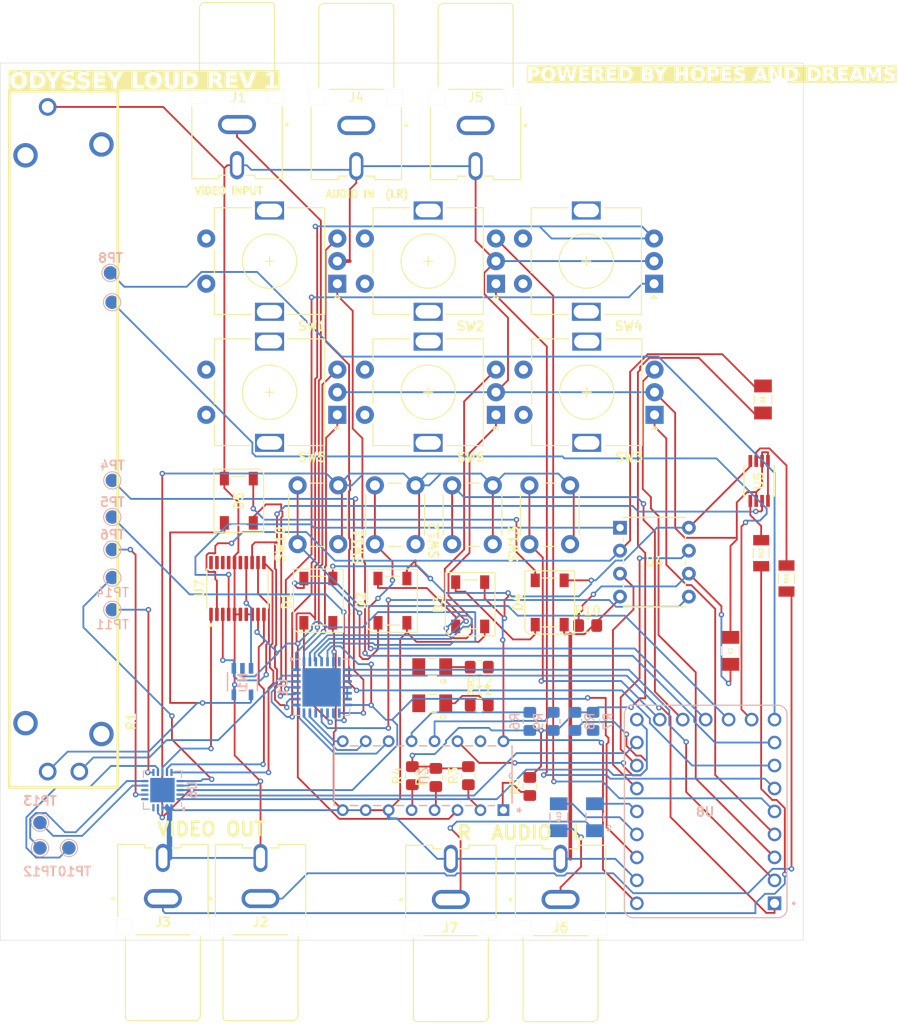
<source format=kicad_pcb>
(kicad_pcb (version 20241229) (generator "pcbnew") (generator_version "9.0")
  (layers (0 "F.Cu" signal) (2 "B.Cu" signal) (13 "F.Paste" user) (15 "B.Paste" user) (5 "F.SilkS" user "F.Silkscreen") (7 "B.SilkS" user "B.Silkscreen") (1 "F.Mask" user) (3 "B.Mask" user) (25 "Edge.Cuts" user))
  (net 0 "")
  (net 1 "RSET")
  (net 2 "GND")
  (net 3 "AudioRIN")
  (net 4 "AudioLIN")
  (net 5 "Net-(U8-GP29)")
  (net 6 "AnalogL")
  (net 7 "AnalogR")
  (net 8 "CVLN")
  (net 9 "Net-(C6-Pad2)")
  (net 10 "Net-(D1-DIN)")
  (net 11 "+5V")
  (net 12 "DOUT")
  (net 13 "Net-(D2-DIN)")
  (net 14 "Net-(D3-DIN)")
  (net 15 "Net-(D4-DIN)")
  (net 16 "DIN")
  (net 17 "CLEAN")
  (net 18 "VIDEOOUTB")
  (net 19 "VIDEOOUTA")
  (net 20 "XOR")
  (net 21 "Sampler")
  (net 22 "Gain")
  (net 23 "Net-(U2-X7)")
  (net 24 "Net-(U2-X6)")
  (net 25 "Net-(U2-X5)")
  (net 26 "Net-(U2-X4)")
  (net 27 "Net-(U2-X3)")
  (net 28 "Net-(U2-X2)")
  (net 29 "Net-(U2-X1)")
  (net 30 "Net-(U2-X0)")
  (net 31 "Net-(U5-OUTA)")
  (net 32 "Net-(U5-OUTB)")
  (net 33 "A1")
  (net 34 "B1")
  (net 35 "A2")
  (net 36 "B2")
  (net 37 "B3")
  (net 38 "A3")
  (net 39 "A")
  (net 40 "B")
  (net 41 "B5")
  (net 42 "A5")
  (net 43 "A6")
  (net 44 "B6")
  (net 45 "+3.3V")
  (net 46 "Net-(U6-GP0)")
  (net 47 "Net-(U6-GP1)")
  (net 48 "Net-(U6-GP2)")
  (net 49 "Net-(U6-GP3)")
  (net 50 "Net-(U1-INTB)")
  (net 51 "Net-(U1-INTA)")
  (net 52 "Net-(U6-INT)")
  (net 53 "GPA5")
  (net 55 "Brightness")
  (net 56 "GPA4")
  (net 57 "GPA6")
  (net 58 "SDA")
  (net 60 "GPA3")
  (net 61 "BPOUT")
  (net 62 "SCL2")
  (net 63 "SDA2")
  (net 64 "CSOUT")
  (net 65 "GP6-A")
  (net 66 "GP5-A")
  (net 69 "Net-(C7-Pad1)")
  (net 71 "GP4-A")
  (net 74 "XORDOUT")
  (net 78 "Net-(U8-GP28)")
  (net 79 "Net-(U8-GP10)")
  (net 80 "Net-(U8-GP11)")
  (net 81 "Net-(U8-GP12)")
  (net 82 "Net-(U8-GP13)")
  (net 83 "SCL")
  (net 84 "OEOUT")
  (net 85 "VSOUT")
  (net 86 "Net-(U8-GP8)")
  (net 87 "Net-(U8-GP9)")
  (net 88 "Net-(C8-Pad1)")
  (net 89 "Net-(U6-GP7)")
  (footprint "Button_Switch_THT:SW_PUSH_6mm" (layer "F.Cu") (at 168.6051 98.8 90)
    (property "Reference" "SW12")
    (property "Value" "Push_Button")
  )
  (footprint "Rotary_Encoder:RotaryEncoder_Alps_EC11E-Switch_Vertical_H20mm" (layer "F.Cu") (at 155.9 84.5 180)
    (property "Reference" "SW5")
    (property "Value" "RotaryEncoder")
  )
  (footprint "Shitters:PTA6043-2015DP-B103" (layer "F.Cu") (at 125.6 87.2 90)
    (property "Reference" "R1")
    (property "Value" "PTA6043-2015DP-B103")
  )
  (footprint "Shittersv2:CAPC3316X140N" (layer "F.Cu") (at 199.4 110.6 90)
    (property "Reference" "C1")
    (property "Value" "0.1uF_0603_16V")
  )
  (footprint "Shittersv2:RESC3116X65N" (layer "F.Cu") (at 205.6 102.6 -90)
    (property "Reference" "R16")
    (property "Value" "CRCW120675R0FKEAHP")
  )
  (footprint "Shittersv2:CAPC3316X140N" (layer "F.Cu") (at 166.4 116.4 180)
    (property "Reference" "C7")
    (property "Value" "C1206X104J3REC7210" (hide yes))
  )
  (footprint "Resistor_SMD:R_0805_2012Metric_Pad1.20x1.40mm_HandSolder" (layer "F.Cu") (at 177.2 125.6 90)
    (property "Reference" "R5")
    (property "Value" "1k")
  )
  (footprint "! VideoThingy:21-0036_U8&plus_1_MXM" (layer "F.Cu") (at 202.5754 91.8098 90)
    (property "Reference" "U5")
    (property "Value" "MAX4392EUA_T")
  )
  (footprint "Package_SO:TSSOP-20_4.4x6.5mm_P0.65mm" (layer "F.Cu") (at 144.85 103.7 90)
    (property "Reference" "U7")
    (property "Value" "ADG734")
  )
  (footprint "Button_Switch_THT:SW_PUSH_6mm" (layer "F.Cu") (at 151.5051 98.8 90)
    (property "Reference" "SW10")
    (property "Value" "Push_Button")
  )
  (footprint "Shittersv2:RESC3116X65N" (layer "F.Cu") (at 202.8 99.8 -90)
    (property "Reference" "R13")
    (property "Value" "CRCW120675R0FKEAHP")
  )
  (footprint "Shitters:CUI_RCJ-041" (layer "F.Cu") (at 144.8 48.4 90)
    (property "Reference" "J1")
    (property "Value" "RCJ-041")
    (fp_line (start 0 -5.15) (end -1.7 -5.15) (stroke (width 0.01)) (layer "Edge.Cuts"))
    (fp_line (start -1.7 -5.15) (end -1.7 -3.35) (stroke (width 0.01)) (layer "Edge.Cuts"))
    (fp_line (start 0 -3.35) (end 0 -5.15) (stroke (width 0.01)) (layer "Edge.Cuts"))
    (fp_line (start -1.7 -3.35) (end 0 -3.35) (stroke (width 0.01)) (layer "Edge.Cuts"))
    (fp_line (start 0 3.35) (end -1.7 3.35) (stroke (width 0.01)) (layer "Edge.Cuts"))
    (fp_line (start -1.7 3.35) (end -1.7 5.15) (stroke (width 0.01)) (layer "Edge.Cuts"))
    (fp_line (start 0 5.15) (end 0 3.35) (stroke (width 0.01)) (layer "Edge.Cuts"))
    (fp_line (start -1.7 5.15) (end 0 5.15) (stroke (width 0.01)) (layer "Edge.Cuts"))
  )
  (footprint "Rotary_Encoder:RotaryEncoder_Alps_EC11E-Switch_Vertical_H20mm" (layer "F.Cu") (at 155.9 70 180)
    (property "Reference" "SW1")
    (property "Value" "RotaryEncoder")
  )
  (footprint "MountingHole:MountingHole_2.1mm" (layer "F.Cu") (at 204.8 48.2)
    (property "Reference" "MOUNT" (hide yes))
    (property "Value" "MountingHole_2.1mm" (hide yes))
  )
  (footprint "Rotary_Encoder:RotaryEncoder_Alps_EC11E-Switch_Vertical_H20mm" (layer "F.Cu") (at 173.45 70 180)
    (property "Reference" "SW2")
    (property "Value" "RotaryEncoder")
  )
  (footprint "Rotary_Encoder:RotaryEncoder_Alps_EC11E-Switch_Vertical_H20mm" (layer "F.Cu") (at 190.9469 70 180)
    (property "Reference" "SW4")
    (property "Value" "RotaryEncoder")
  )
  (footprint "Shitters:CUI_RCJ-041" (layer "F.Cu") (at 171.2 48.5 90)
    (property "Reference" "J5")
    (property "Value" "RCJ-041")
    (fp_line (start 0 -5.15) (end -1.7 -5.15) (stroke (width 0.01)) (layer "Edge.Cuts"))
    (fp_line (start -1.7 -5.15) (end -1.7 -3.35) (stroke (width 0.01)) (layer "Edge.Cuts"))
    (fp_line (start 0 -3.35) (end 0 -5.15) (stroke (width 0.01)) (layer "Edge.Cuts"))
    (fp_line (start -1.7 -3.35) (end 0 -3.35) (stroke (width 0.01)) (layer "Edge.Cuts"))
    (fp_line (start 0 3.35) (end -1.7 3.35) (stroke (width 0.01)) (layer "Edge.Cuts"))
    (fp_line (start -1.7 3.35) (end -1.7 5.15) (stroke (width 0.01)) (layer "Edge.Cuts"))
    (fp_line (start 0 5.15) (end 0 3.35) (stroke (width 0.01)) (layer "Edge.Cuts"))
    (fp_line (start -1.7 5.15) (end 0 5.15) (stroke (width 0.01)) (layer "Edge.Cuts"))
  )
  (footprint "Rotary_Encoder:RotaryEncoder_Alps_EC11E-Switch_Vertical_H20mm" (layer "F.Cu") (at 173.45 84.5 180)
    (property "Reference" "SW6")
    (property "Value" "RotaryEncoder")
  )
  (footprint "Rotary_Encoder:RotaryEncoder_Alps_EC11E-Switch_Vertical_H20mm" (layer "F.Cu") (at 191 84.5 180)
    (property "Reference" "SW3")
    (property "Value" "RotaryEncoder")
  )
  (footprint "Shitters:CUI_RCJ-041" (layer "F.Cu") (at 180.6 142.1 -90)
    (property "Reference" "J6")
    (property "Value" "RCJ-041")
    (fp_line (start -1.7 5.15) (end 0 5.15) (stroke (width 0.01)) (layer "Edge.Cuts"))
    (fp_line (start 0 5.15) (end 0 3.35) (stroke (width 0.01)) (layer "Edge.Cuts"))
    (fp_line (start -1.7 3.35) (end -1.7 5.15) (stroke (width 0.01)) (layer "Edge.Cuts"))
    (fp_line (start 0 3.35) (end -1.7 3.35) (stroke (width 0.01)) (layer "Edge.Cuts"))
    (fp_line (start -1.7 -3.35) (end 0 -3.35) (stroke (width 0.01)) (layer "Edge.Cuts"))
    (fp_line (start 0 -3.35) (end 0 -5.15) (stroke (width 0.01)) (layer "Edge.Cuts"))
    (fp_line (start -1.7 -5.15) (end -1.7 -3.35) (stroke (width 0.01)) (layer "Edge.Cuts"))
    (fp_line (start 0 -5.15) (end -1.7 -5.15) (stroke (width 0.01)) (layer "Edge.Cuts"))
  )
  (footprint "Resistor_SMD:R_0805_2012Metric_Pad1.20x1.40mm_HandSolder" (layer "F.Cu") (at 171.6 116.6)
    (property "Reference" "R11")
    (property "Value" "100ohm")
  )
  (footprint "Button_Switch_THT:SW_PUSH_6mm" (layer "F.Cu") (at 160.0551 98.8 90)
    (property "Reference" "SW11")
    (property "Value" "Push_Button")
  )
  (footprint "Resistor_SMD:R_0805_2012Metric_Pad1.20x1.40mm_HandSolder" (layer "F.Cu") (at 170.4 124.4 90)
    (property "Reference" "R3")
    (property "Value" "1k")
  )
  (footprint "Shittersv2:CAPC3316X140N" (layer "F.Cu") (at 166.4 112.4 180)
    (property "Reference" "C8")
    (property "Value" "C1206X104J3REC7210")
  )
  (footprint "Shitters:CUI_RCJ-041" (layer "F.Cu") (at 158 48.5 90)
    (property "Reference" "J4")
    (property "Value" "RCJ-041")
    (fp_line (start 0 -5.15) (end -1.7 -5.15) (stroke (width 0.01)) (layer "Edge.Cuts"))
    (fp_line (start -1.7 -5.15) (end -1.7 -3.35) (stroke (width 0.01)) (layer "Edge.Cuts"))
    (fp_line (start 0 -3.35) (end 0 -5.15) (stroke (width 0.01)) (layer "Edge.Cuts"))
    (fp_line (start -1.7 -3.35) (end 0 -3.35) (stroke (width 0.01)) (layer "Edge.Cuts"))
    (fp_line (start 0 3.35) (end -1.7 3.35) (stroke (width 0.01)) (layer "Edge.Cuts"))
    (fp_line (start -1.7 3.35) (end -1.7 5.15) (stroke (width 0.01)) (layer "Edge.Cuts"))
    (fp_line (start 0 5.15) (end 0 3.35) (stroke (width 0.01)) (layer "Edge.Cuts"))
    (fp_line (start -1.7 5.15) (end 0 5.15) (stroke (width 0.01)) (layer "Edge.Cuts"))
  )
  (footprint "LED_SMD:LED_Inolux_IN-PI554FCH_PLCC4_5.0x5.0mm_P3.2mm" (layer "F.Cu") (at 145 94 -90)
    (property "Reference" "D5")
    (property "Value" "NeoPixel_THT")
  )
  (footprint "Shitters:CUI_RCJ-041" (layer "F.Cu") (at 136.6 142 -90)
    (property "Reference" "J3")
    (property "Value" "RCJ-041")
    (fp_line (start -1.7 5.15) (end 0 5.15) (stroke (width 0.01)) (layer "Edge.Cuts"))
    (fp_line (start 0 5.15) (end 0 3.35) (stroke (width 0.01)) (layer "Edge.Cuts"))
    (fp_line (start -1.7 3.35) (end -1.7 5.15) (stroke (width 0.01)) (layer "Edge.Cuts"))
    (fp_line (start 0 3.35) (end -1.7 3.35) (stroke (width 0.01)) (layer "Edge.Cuts"))
    (fp_line (start -1.7 -3.35) (end 0 -3.35) (stroke (width 0.01)) (layer "Edge.Cuts"))
    (fp_line (start 0 -3.35) (end 0 -5.15) (stroke (width 0.01)) (layer "Edge.Cuts"))
    (fp_line (start -1.7 -5.15) (end -1.7 -3.35) (stroke (width 0.01)) (layer "Edge.Cuts"))
    (fp_line (start 0 -5.15) (end -1.7 -5.15) (stroke (width 0.01)) (layer "Edge.Cuts"))
  )
  (footprint "Shitters:CUI_RCJ-041" (layer "F.Cu") (at 147.4 142 -90)
    (property "Reference" "J2")
    (property "Value" "RCJ-041")
    (fp_line (start -1.7 5.15) (end 0 5.15) (stroke (width 0.01)) (layer "Edge.Cuts"))
    (fp_line (start 0 5.15) (end 0 3.35) (stroke (width 0.01)) (layer "Edge.Cuts"))
    (fp_line (start -1.7 3.35) (end -1.7 5.15) (stroke (width 0.01)) (layer "Edge.Cuts"))
    (fp_line (start 0 3.35) (end -1.7 3.35) (stroke (width 0.01)) (layer "Edge.Cuts"))
    (fp_line (start -1.7 -3.35) (end 0 -3.35) (stroke (width 0.01)) (layer "Edge.Cuts"))
    (fp_line (start 0 -3.35) (end 0 -5.15) (stroke (width 0.01)) (layer "Edge.Cuts"))
    (fp_line (start -1.7 -5.15) (end -1.7 -3.35) (stroke (width 0.01)) (layer "Edge.Cuts"))
    (fp_line (start 0 -5.15) (end -1.7 -5.15) (stroke (width 0.01)) (layer "Edge.Cuts"))
  )
  (footprint "LED_SMD:LED_Inolux_IN-PI554FCH_PLCC4_5.0x5.0mm_P3.2mm" (layer "F.Cu") (at 170.6 105.45 90)
    (property "Reference" "D3")
    (property "Value" "NeoPixel_THT")
  )
  (footprint "! VideoThingy:N08E_TEX" (layer "F.Cu") (at 187.18 96.98)
    (property "Reference" "U4")
    (property "Value" "LM1881N")
  )
  (footprint "Shitters:CUI_RCJ-041" (layer "F.Cu") (at 168.462 142.1 -90)
    (property "Reference" "J7")
    (property "Value" "RCJ-041")
    (fp_line (start -1.7 5.15) (end 0 5.15) (stroke (width 0.01)) (layer "Edge.Cuts"))
    (fp_line (start 0 5.15) (end 0 3.35) (stroke (width 0.01)) (layer "Edge.Cuts"))
    (fp_line (start -1.7 3.35) (end -1.7 5.15) (stroke (width 0.01)) (layer "Edge.Cuts"))
    (fp_line (start 0 3.35) (end -1.7 3.35) (stroke (width 0.01)) (layer "Edge.Cuts"))
    (fp_line (start -1.7 -3.35) (end 0 -3.35) (stroke (width 0.01)) (layer "Edge.Cuts"))
    (fp_line (start 0 -3.35) (end 0 -5.15) (stroke (width 0.01)) (layer "Edge.Cuts"))
    (fp_line (start -1.7 -5.15) (end -1.7 -3.35) (stroke (width 0.01)) (layer "Edge.Cuts"))
    (fp_line (start 0 -5.15) (end -1.7 -5.15) (stroke (width 0.01)) (layer "Edge.Cuts"))
  )
  (footprint "LED_SMD:LED_Inolux_IN-PI554FCH_PLCC4_5.0x5.0mm_P3.2mm" (layer "F.Cu") (at 162 105.05 90)
    (property "Reference" "D2")
    (property "Value" "NeoPixel_THT")
  )
  (footprint "Resistor_SMD:R_0805_2012Metric_Pad1.20x1.40mm_HandSolder" (layer "F.Cu") (at 164.2 124.4 90)
    (property "Reference" "R4")
    (property "Value" "1k")
  )
  (footprint "LED_SMD:LED_Inolux_IN-PI554FCH_PLCC4_5.0x5.0mm_P3.2mm" (layer "F.Cu") (at 153.8 105.05 90)
    (property "Reference" "D1")
    (property "Value" "NeoPixel_THT")
  )
  (footprint "Resistor_SMD:R_0805_2012Metric_Pad1.20x1.40mm_HandSolder" (layer "F.Cu") (at 166.8 124.6 90)
    (property "Reference" "R2")
    (property "Value" "1k")
  )
  (footprint "LED_SMD:LED_Inolux_IN-PI554FCH_PLCC4_5.0x5.0mm_P3.2mm" (layer "F.Cu") (at 179.4 105.25 90)
    (property "Reference" "D4")
    (property "Value" "NeoPixel_THT")
  )
  (footprint "Resistor_SMD:R_0805_2012Metric_Pad1.20x1.40mm_HandSolder" (layer "F.Cu") (at 183.6 107.8)
    (property "Reference" "R10")
    (property "Value" "680k")
  )
  (footprint "Shittersv2:CAPC3316X140N" (layer "F.Cu") (at 203 82.8 -90)
    (property "Reference" "C6")
    (property "Value" "0.1uF_0603_16V")
  )
  (footprint "MountingHole:MountingHole_2.1mm" (layer "F.Cu") (at 121.2 140)
    (property "Reference" "MOUNT2" (hide yes))
    (property "Value" "MountingHole_2.1mm" (hide yes))
  )
  (footprint "Resistor_SMD:R_0805_2012Metric_Pad1.20x1.40mm_HandSolder" (layer "F.Cu") (at 171.6 112.4 180)
    (property "Reference" "R12")
    (property "Value" "100ohm" (hide yes))
  )
  (footprint "Button_Switch_THT:SW_PUSH_6mm" (layer "F.Cu") (at 177.1551 98.8 90)
    (property "Reference" "SW13")
    (property "Value" "Push_Button")
  )
  (footprint "TestPoint:TestPoint_Pad_D1.5mm" (layer "B.Cu") (at 131 99.4 180)
    (property "Reference" "TP6")
    (property "Value" "TestPoint")
  )
  (footprint "TestPoint:TestPoint_Pad_D1.5mm" (layer "B.Cu") (at 123 129.6 180)
    (property "Reference" "TP13")
    (property "Value" "TestPoint" (hide yes))
  )
  (footprint "Resistor_SMD:R_0805_2012Metric_Pad1.20x1.40mm_HandSolder" (layer "B.Cu") (at 177.2 118.4 -90)
    (property "Reference" "R6")
    (property "Value" "1k")
  )
  (footprint "Shittersv2:MODULE_RP2040-ZERO" (layer "B.Cu") (at 196.66 128.36)
    (property "Reference" "U8")
    (property "Value" "RP2040-ZERO")
  )
  (footprint "TestPoint:TestPoint_Pad_D1.5mm" (layer "B.Cu") (at 123 132.4 180)
    (property "Reference" "TP12")
    (property "Value" "TestPoint" (hide yes))
  )
  (footprint "TestPoint:TestPoint_Pad_D1.5mm" (layer "B.Cu") (at 131 106.05)
    (property "Reference" "TP11")
    (property "Value" "TestPoint")
  )
  (footprint "TestPoint:TestPoint_Pad_D1.5mm" (layer "B.Cu") (at 131 95.8 180)
    (property "Reference" "TP5")
    (property "Value" "TestPoint" (hide yes))
  )
  (footprint "TestPoint:TestPoint_Pad_D1.5mm" (layer "B.Cu") (at 126.2 132.4 180)
    (property "Reference" "TP10")
    (property "Value" "TestPoint" (hide yes))
  )
  (footprint "TestPoint:TestPoint_Pad_D1.5mm" (layer "B.Cu") (at 131 91.75 180)
    (property "Reference" "TP4")
    (property "Value" "TestPoint" (hide yes))
  )
  (footprint "! VideoThingy:N16" (layer "B.Cu") (at 156.5 120.5975 90)
    (property "Reference" "U2")
    (property "Value" "CD4051B")
  )
  (footprint "Shittersv2:CAPC3316X140N" (layer "B.Cu") (at 180.4 129 90)
    (property "Reference" "C10")
    (property "Value" "C1206X104J3REC7210")
  )
  (footprint "Resistor_SMD:R_0805_2012Metric_Pad1.20x1.40mm_HandSolder" (layer "B.Cu") (at 179.8 118.4 -90)
    (property "Reference" "R9")
    (property "Value" "1k")
  )
  (footprint "! VideoThingy:DBV5-M" (layer "B.Cu") (at 145.4 114 -90)
    (property "Reference" "N1")
    (property "Value" "~")
  )
  (footprint "Package_DFN_QFN:QFN-20-1EP_4x4mm_P0.5mm_EP2.7x2.7mm" (layer "B.Cu") (at 136.55 126 90)
    (property "Reference" "U6")
    (property "Value" "MCP23008-xML")
  )
  (footprint "Resistor_SMD:R_0805_2012Metric_Pad1.20x1.40mm_HandSolder" (layer "B.Cu") (at 182.2 118.4 90)
    (property "Reference" "R8")
    (property "Value" "1k")
  )
  (footprint "Shittersv2:CAPC3316X140N" (layer "B.Cu") (at 184.4 129 90)
    (property "Reference" "C9")
    (property "Value" "C1206X104J3REC7210")
  )
  (footprint "TestPoint:TestPoint_Pad_D1.5mm" (layer "B.Cu") (at 131 102.5)
    (property "Reference" "TP14")
    (property "Value" "TestPoint")
  )
  (footprint "Package_DFN_QFN:QFN-28-1EP_6x6mm_P0.65mm_EP4.25x4.25mm" (layer "B.Cu") (at 154.1625 114.6375 -90)
    (property "Reference" "U1")
    (property "Value" "MCP23017_ML")
  )
  (footprint "TestPoint:TestPoint_Pad_D1.5mm" (layer "B.Cu") (at 130.8 68.8 180)
    (property "Reference" "TP8")
    (property "Value" "TestPoint" (hide yes))
  )
  (footprint "TestPoint:TestPoint_Pad_D1.5mm" (layer "B.Cu") (at 130.975 72.05 180)
    (property "Reference" "TP9" (hide yes))
    (property "Value" "TestPoint" (hide yes))
  )
  (footprint "Resistor_SMD:R_0805_2012Metric_Pad1.20x1.40mm_HandSolder" (layer "B.Cu") (at 184.2 118.4 90)
    (property "Reference" "R7")
    (property "Value" "1k")
  )
  (gr_rect (start 118.6 45.6) (end 207.460256 142.6) (stroke (width 0.05)) (fill no) (layer "Edge.Cuts"))
  (gr_text "POWERED BY HOPES AND DREAMS" (at 176.817682 47.840106 0) (layer "F.SilkS" knockout) (effects (font (size 1.5 1.5) (thickness 0.3) (bold yes)) (justify left bottom)))
  (gr_text "VIDEO INPUT\n" (at 140 60.2 0) (layer "F.SilkS") (effects (font (size 0.8 0.8) (thickness 0.2) (bold yes)) (justify left bottom)))
  (gr_text "AUDIO IN  (LR)" (at 154.5 59.625 0) (layer "F.SilkS") (effects (font (size 0.8 0.8) (thickness 0.2) (bold yes)) (justify left top)))
  (gr_text "ODYSSEY LOUD REV 1\n" (at 119.6 48.7 0) (layer "F.SilkS" knockout) (effects (font (size 1.75 1.75) (thickness 0.3) (bold yes)) (justify left bottom)))
  (gr_text "VIDEO OUT\n" (at 135.8 131.2 0) (layer "F.SilkS") (effects (font (size 1.5 1.5) (thickness 0.3) (bold yes)) (justify left bottom)))
  (gr_text "R  AUDIO  L" (at 169 131.6 0) (layer "F.SilkS") (effects (font (size 1.5 1.5) (thickness 0.3) (bold yes)) (justify left bottom)))
  (segment (start 198.4 106.6) (end 198.4 105.66) (width 0.2) (layer "F.Cu") (net 1))
  (segment (start 183.002 105.591) (end 183.002 106.144) (width 0.2) (layer "F.Cu") (net 1))
  (segment (start 199.4 114) (end 199.4 112.092) (width 0.2) (layer "F.Cu") (net 1))
  (segment (start 199.2 114.2) (end 199.4 114) (width 0.2) (layer "F.Cu") (net 1))
  (segment (start 184.235 104.359) (end 183.002 105.591) (width 0.2) (layer "F.Cu") (net 1))
  (segment (start 182.6 106.546) (end 182.6 107.8) (width 0.2) (layer "F.Cu") (net 1))
  (segment (start 183.002 106.144) (end 182.6 106.546) (width 0.2) (layer "F.Cu") (net 1))
  (segment (start 198.4 105.66) (end 194.8 102.06) (width 0.2) (layer "F.Cu") (net 1))
  (via (at 184.235 104.359) (size 0.6) (drill 0.3) (layers "F.Cu" "B.Cu") (net 1))
  (via (at 198.4 106.6) (size 0.6) (drill 0.3) (layers "F.Cu" "B.Cu") (net 1))
  (via (at 199.2 114.2) (size 0.6) (drill 0.3) (layers "F.Cu" "B.Cu") (net 1))
  (segment (start 185.119 103.474) (end 184.235 104.359) (width 0.2) (layer "B.Cu") (net 1))
  (segment (start 194.8 102.06) (end 193.386 103.474) (width 0.2) (layer "B.Cu") (net 1))
  (segment (start 198.4 113.4) (end 199.2 114.2) (width 0.2) (layer "B.Cu") (net 1))
  (segment (start 198.4 106.6) (end 198.4 113.4) (width 0.2) (layer "B.Cu") (net 1))
  (segment (start 193.386 103.474) (end 185.119 103.474) (width 0.2) (layer "B.Cu") (net 1))
  (segment (start 202.25 93.0464) (end 201.234 93.0464) (width 0.2) (layer "F.Cu") (net 2))
  (segment (start 155.722 110.888) (end 155.722 119.392) (width 0.2) (layer "F.Cu") (net 2))
  (segment (start 200.102 98.298) (end 200.102 98.098) (width 0.2) (layer "F.Cu") (net 2))
  (segment (start 136.627 50.45) (end 123.85 50.45) (width 0.2) (layer "F.Cu") (net 2))
  (segment (start 155.722 119.392) (end 155.501 119.613) (width 0.2) (layer "F.Cu") (net 2))
  (segment (start 164.648 109.6) (end 171.552 109.6) (width 0.2) (layer "F.Cu") (net 2))
  (segment (start 191 82) (end 193.286 84.2861) (width 0.2) (layer "F.Cu") (net 2))
  (segment (start 171.552 109.6) (end 172.2 108.952) (width 0.2) (layer "F.Cu") (net 2))
  (segment (start 202.25 93.0464) (end 202.25 93.533) (width 0.2) (layer "F.Cu") (net 2))
  (segment (start 174.784 73.7611) (end 172.148 71.125) (width 0.2) (layer "F.Cu") (net 2))
  (segment (start 156.2505 127.968) (end 156.001 127.718) (width 0.2) (layer "F.Cu") (net 2))
  (segment (start 201.234 93.0464) (end 200.102 94.179) (width 0.2) (layer "F.Cu") (net 2))
  (segment (start 173.45 82) (end 174.784 80.6656) (width 0.2) (layer "F.Cu") (net 2))
  (segment (start 147.4 133.5) (end 147.4 125.025) (width 0.2) (layer "F.Cu") (net 2))
  (segment (start 143.4 57.2233) (end 136.627 50.45) (width 0.2) (layer "F.Cu") (net 2))
  (segment (start 145.175 106.562) (end 144.536 106.562) (width 0.2) (layer "F.Cu") (net 2))
  (segment (start 144.525 100.8375) (end 144.525 100.1) (width 0.2) (layer "F.Cu") (net 2))
  (segment (start 155.543 108.695) (end 155.4 108.552) (width 0.2) (layer "F.Cu") (net 2))
  (segment (start 155.501 119.613) (end 155.501 127.219) (width 0.2) (layer "F.Cu") (net 2))
  (segment (start 200.102 94.179) (end 200.102 98.098) (width 0.2) (layer "F.Cu") (net 2))
  (segment (start 155.501 127.219) (end 156 127.718) (width 0.2) (layer "F.Cu") (net 2))
  (segment (start 158 57) (end 158 58.8517) (width 0.2) (layer "F.Cu") (net 2))
  (segment (start 144.95 99.675) (end 144.95 94.1517) (width 0.2) (layer "F.Cu") (net 2))
  (segment (start 144.525 106.562) (end 144.525 100.8375) (width 0.2) (layer "F.Cu") (net 2))
  (segment (start 202.9 88.6379) (end 203.551 88.6379) (width 0.2) (layer "F.Cu") (net 2))
  (segment (start 171.2 65.25) (end 173.45 67.5) (width 0.2) (layer "F.Cu") (net 2))
  (segment (start 157.277 67.5) (end 155.9 67.5) (width 0.4) (layer "F.Cu") (net 2))
  (segment (start 159.0405 128.218) (end 161.5795 128.218) (width 0.2) (layer "F.Cu") (net 2))
  (segment (start 172.148 68.8017) (end 173.45 67.5) (width 0.2) (layer "F.Cu") (net 2))
  (segment (start 143.723 56.9) (end 144.8 56.9) (width 0.2) (layer "F.Cu") (net 2))
  (segment (start 183.246 108.752) (end 184.6 107.398) (width 0.2) (layer "F.Cu") (net 2))
  (segment (start 158 58.8517) (end 157.277 59.5748) (width 0.2) (layer "F.Cu") (net 2))
  (segment (start 181.677 108.752) (end 181.677 133.6) (width 0.4) (layer "F.Cu") (net 2))
  (segment (start 162.852 126.946) (end 162.852 109.3) (width 0.2) (layer "F.Cu") (net 2))
  (segment (start 161.58 128.218) (end 162.852 126.946) (width 0.2) (layer "F.Cu") (net 2))
  (segment (start 181 107.7) (end 181 108.752) (width 0.2) (layer "F.Cu") (net 2))
  (segment (start 143.4 57.2233) (end 143.723 56.9) (width 0.2) (layer "F.Cu") (net 2))
  (segment (start 143.4 91.55) (end 143.4 57.2233) (width 0.2) (layer "F.Cu") (net 2))
  (segment (start 194.35 98.098) (end 200.102 98.098) (width 0.2) (layer "F.Cu") (net 2))
  (segment (start 172.2 108.952) (end 172.2 107.9) (width 0.2) (layer "F.Cu") (net 2))
  (segment (start 157.277 59.5748) (end 157.277 67.5) (width 0.2) (layer "F.Cu") (net 2))
  (segment (start 193.286 97.0339) (end 194.35 98.098) (width 0.2) (layer "F.Cu") (net 2))
  (segment (start 202.25 93.0464) (end 202.9 92.3962) (width 0.2) (layer "F.Cu") (net 2))
  (segment (start 203.551 88.6379) (end 203.551 89.1189) (width 0.2) (layer "F.Cu") (net 2))
  (segment (start 155.4 108.552) (end 155.4 107.5) (width 0.2) (layer "F.Cu") (net 2))
  (segment (start 171.2 57) (end 171.2 65.25) (width 0.2) (layer "F.Cu") (net 2))
  (segment (start 144.536 106.562) (end 144.536 114.347) (width 0.2) (layer "F.Cu") (net 2))
  (segment (start 203.551 93.6357) (end 203.551 90.0803) (width 0.2) (layer "F.Cu") (net 2))
  (segment (start 181 108.752) (end 181.677 108.752) (width 0.2) (layer "F.Cu") (net 2))
  (segment (start 144.95 94.1517) (end 143.4 92.6017) (width 0.2) (layer "F.Cu") (net 2))
  (segment (start 162.852 109.3) (end 163.6 108.552) (width 0.2) (layer "F.Cu") (net 2))
  (segment (start 143.4 92.6017) (end 143.4 91.55) (width 0.2) (layer "F.Cu") (net 2))
  (segment (start 184.6 107.398) (end 187.18 104.818) (width 0.2) (layer "F.Cu") (net 2))
  (segment (start 199.401 109.107) (end 199.401 98.999) (width 0.2) (layer "F.Cu") (net 2))
  (segment (start 174.784 80.6656) (end 174.784 73.7611) (width 0.2) (layer "F.Cu") (net 2))
  (segment (start 144.525 100.1) (end 144.95 99.675) (width 0.2) (layer "F.Cu") (net 2))
  (segment (start 147.4 125.025) (end 144.536 122.161) (width 0.2) (layer "F.Cu") (net 2))
  (segment (start 144.536 122.161) (end 144.536 114.347) (width 0.2) (layer "F.Cu") (net 2))
  (segment (start 193.286 84.2861) (end 193.286 97.0339) (width 0.2) (layer "F.Cu") (net 2))
  (segment (start 163.6 107.5) (end 163.6 108.552) (width 0.2) (layer "F.Cu") (net 2))
  (segment (start 155.543 110.709) (end 155.722 110.888) (width 0.2) (layer "F.Cu") (net 2))
  (segment (start 180.6 133.6) (end 181.677 133.6) (width 0.2) (layer "F.Cu") (net 2))
  (segment (start 202.9 92.3962) (end 202.9 89.6) (width 0.2) (layer "F.Cu") (net 2))
  (segment (start 156.001 127.718) (end 156 127.718) (width 0.2) (layer "F.Cu") (net 2))
  (segment (start 163.6 108.552) (end 164.648 109.6) (width 0.2) (layer "F.Cu") (net 2))
  (segment (start 199.401 98.999) (end 200.102 98.298) (width 0.2) (layer "F.Cu") (net 2))
  (segment (start 172.148 71.125) (end 172.148 68.8017) (width 0.2) (layer "F.Cu") (net 2))
  (segment (start 181.677 108.752) (end 183.246 108.752) (width 0.2) (layer "F.Cu") (net 2))
  (segment (start 156 127.718) (end 156.5 128.218) (width 0.2) (layer "F.Cu") (net 2))
  (segment (start 202.9 89.6) (end 202.9 88.6379) (width 0.2) (layer "F.Cu") (net 2))
  (segment (start 155.543 110.709) (end 155.543 108.695) (width 0.2) (layer "F.Cu") (net 2))
  (via (at 155.543 110.709) (size 0.6) (drill 0.3) (layers "F.Cu" "B.Cu") (net 2))
  (via (at 144.536 114.347) (size 0.6) (drill 0.3) (layers "F.Cu" "B.Cu") (net 2))
  (via (at 147.4 125.025) (size 0.6) (drill 0.3) (layers "F.Cu" "B.Cu") (net 2))
  (segment (start 137.333 128.233) (end 137.05 127.95) (width 0.6) (layer "B.Cu") (net 2))
  (segment (start 147.4 133.5) (end 137.333 133.5) (width 0.2) (layer "B.Cu") (net 2))
  (segment (start 139.447 125.5) (end 138.5 125.5) (width 0.2) (layer "B.Cu") (net 2))
  (segment (start 145.877 56.9) (end 146.377 57.4) (width 0.2) (layer "B.Cu") (net 2))
  (segment (start 166.963 133.6) (end 162.476 129.114) (width 0.2) (layer "B.Cu") (net 2))
  (segment (start 180.6 133.6) (end 186.66 133.6) (width 0.2) (layer "B.Cu") (net 2))
  (segment (start 147.025 125.4) (end 139.547 125.4) (width 0.2) (layer "B.Cu") (net 2))
  (segment (start 161.58 129.114) (end 161.58 128.218) (width 0.4) (layer "B.Cu") (net 2))
  (segment (start 186.66 133.6) (end 189.04 135.98) (width 0.2) (layer "B.Cu") (net 2))
  (segment (start 137.818 128.218) (end 156.5 128.218) (width 0.2) (layer "B.Cu") (net 2))
  (segment (start 155.462 110.79) (end 155.543 110.709) (width 0.2) (layer "B.Cu") (net 2))
  (segment (start 180.6 133.6) (end 168.462 133.6) (width 0.2) (layer "B.Cu") (net 2))
  (segment (start 190.9469 67.5) (end 173.45 67.5) (width 0.2) (layer "B.Cu") (net 2))
  (segment (start 146.377 57.4) (end 157.6 57.4) (width 0.2) (layer "B.Cu") (net 2))
  (segment (start 155.462 114.638) (end 155.462 111.8) (width 0.2) (layer "B.Cu") (net 2))
  (segment (start 159.04 128.2175) (end 156.5 128.2175) (width 0.2) (layer "B.Cu") (net 2))
  (segment (start 144.536 114.489) (end 144.536 114.347) (width 0.2) (layer "B.Cu") (net 2))
  (segment (start 136.55 127.95) (end 137.05 127.95) (width 0.2) (layer "B.Cu") (net 2))
  (segment (start 137.55 127.95) (end 137.818 128.218) (width 0.2) (layer "B.Cu") (net 2))
  (segment (start 137.05 127.95) (end 137.55 127.95) (width 0.2) (layer "B.Cu") (net 2))
  (segment (start 157 114.638) (end 157 115.2875) (width 0.2) (layer "B.Cu") (net 2))
  (segment (start 155.462 111.601) (end 155.462 110.79) (width 0.2) (layer "B.Cu") (net 2))
  (segment (start 137.333 133.5) (end 136.6 133.5) (width 0.2) (layer "B.Cu") (net 2))
  (segment (start 144.45 115.4669) (end 144.45 114.575) (width 0.2) (layer "B.Cu") (net 2))
  (segment (start 173.45 82) (end 155.9 82) (width 0.2) (layer "B.Cu") (net 2))
  (segment (start 168.462 133.6) (end 166.963 133.6) (width 0.2) (layer "B.Cu") (net 2))
  (segment (start 137.333 133.5) (end 137.333 128.233) (width 0.6) (layer "B.Cu") (net 2))
  (segment (start 144.45 114.575) (end 144.536 114.489) (width 0.2) (layer "B.Cu") (net 2))
  (segment (start 171.2 57) (end 158 57) (width 0.2) (layer "B.Cu") (net 2))
  (segment (start 157 115.2875) (end 157 115.9375) (width 0.2) (layer "B.Cu") (net 2))
  (segment (start 144.8 56.9) (end 145.877 56.9) (width 0.2) (layer "B.Cu") (net 2))
  (segment (start 155.462 114.638) (end 156.9234 114.638) (width 0.2) (layer "B.Cu") (net 2))
  (segment (start 139.547 125.4) (end 139.447 125.5) (width 0.2) (layer "B.Cu") (net 2))
  (segment (start 147.4 125.025) (end 147.025 125.4) (width 0.2) (layer "B.Cu") (net 2))
  (segment (start 162.476 129.114) (end 161.58 129.114) (width 0.2) (layer "B.Cu") (net 2))
  (segment (start 191 82) (end 173.45 82) (width 0.2) (layer "B.Cu") (net 2))
  (segment (start 187.14 129) (end 189.04 130.9) (width 0.2) (layer "B.Cu") (net 5))
  (segment (start 181.908 127.508) (end 183.4 129) (width 0.2) (layer "B.Cu") (net 5))
  (segment (start 183.4 129) (end 187.14 129) (width 0.2) (layer "B.Cu") (net 5))
  (segment (start 180.4 127.508) (end 181.908 127.508) (width 0.2) (layer "B.Cu") (net 5))
  (segment (start 182.871 134.478) (end 182.871 131.2) (width 0.2) (layer "F.Cu") (net 6))
  (segment (start 180.6 136.748) (end 182.871 134.478) (width 0.2) (layer "F.Cu") (net 6))
  (segment (start 180.6 138.1) (end 180.6 136.748) (width 0.2) (layer "F.Cu") (net 6))
  (via (at 182.871 131.2) (size 0.6) (drill 0.3) (layers "F.Cu" "B.Cu") (net 6))
  (segment (start 180.6 130.292) (end 181.963 130.292) (width 0.2) (layer "B.Cu") (net 6))
  (segment (start 181.963 130.292) (end 182.871 131.2) (width 0.2) (layer "B.Cu") (net 6))
  (segment (start 168.4 130.2) (end 169.538 131.338) (width 0.2) (layer "F.Cu") (net 7))
  (segment (start 169.538 137.024) (end 168.462 138.1) (width 0.2) (layer "F.Cu") (net 7))
  (segment (start 169.538 131.338) (end 169.538 137.024) (width 0.2) (layer "F.Cu") (net 7))
  (via (at 168.4 130.2) (size 0.6) (drill 0.3) (layers "F.Cu" "B.Cu") (net 7))
  (segment (start 183.389 129.481) (end 169.119 129.481) (width 0.2) (layer "B.Cu") (net 7))
  (segment (start 169.119 129.481) (end 168.4 130.2) (width 0.2) (layer "B.Cu") (net 7))
  (segment (start 184.4 130.492) (end 183.389 129.481) (width 0.2) (layer "B.Cu") (net 7))
  (segment (start 190.245 77.7966) (end 188.299 79.7421) (width 0.2) (layer "F.Cu") (net 8))
  (segment (start 198.495 77.7966) (end 190.245 77.7966) (width 0.2) (layer "F.Cu") (net 8))
  (segment (start 202.908 81.4) (end 202.098 81.4) (width 0.2) (layer "F.Cu") (net 8))
  (segment (start 142.4 101.876) (end 142.306 101.876) (width 0.2) (layer "F.Cu") (net 8))
  (segment (start 141.656 99.799) (end 142.194 99.799) (width 0.2) (layer "F.Cu") (net 8))
  (segment (start 142.4 102.671) (end 142.4 101.876) (width 0.2) (layer "F.Cu") (net 8))
  (segment (start 141.424 100.031) (end 141.656 99.799) (width 0.2) (layer "F.Cu") (net 8))
  (segment (start 141.656 101.876) (end 141.424 101.644) (width 0.2) (layer "F.Cu") (net 8))
  (segment (start 142.194 101.876) (end 141.656 101.876) (width 0.2) (layer "F.Cu") (net 8))
  (segment (start 142.25 101.82) (end 142.194 101.876) (width 0.2) (layer "F.Cu") (net 8))
  (segment (start 142.575 106.562) (end 142.575 102.846) (width 0.2) (layer "F.Cu") (net 8))
  (segment (start 202.098 81.4) (end 198.495 77.7966) (width 0.2) (layer "F.Cu") (net 8))
  (segment (start 142.194 99.799) (end 142.25 99.8551) (width 0.2) (layer "F.Cu") (net 8))
  (segment (start 141.424 101.644) (end 141.424 100.031) (width 0.2) (layer "F.Cu") (net 8))
  (segment (start 142.306 99.799) (end 142.4 99.799) (width 0.2) (layer "F.Cu") (net 8))
  (segment (start 142.25 99.8551) (end 142.306 99.799) (width 0.2) (layer "F.Cu") (net 8))
  (segment (start 142.4 99.799) (end 142.4 98.9869) (width 0.2) (layer "F.Cu") (net 8))
  (segment (start 188.299 79.7421) (end 188.299 98.4008) (width 0.2) (layer "F.Cu") (net 8))
  (segment (start 142.575 102.846) (end 142.4 102.671) (width 0.2) (layer "F.Cu") (net 8))
  (segment (start 142.4 98.9869) (end 142.685 98.7019) (width 0.2) (layer "F.Cu") (net 8))
  (segment (start 142.306 101.876) (end 142.25 101.82) (width 0.2) (layer "F.Cu") (net 8))
  (segment (start 142.685 98.7019) (end 144.198 98.7019) (width 0.2) (layer "F.Cu") (net 8))
  (segment (start 188.299 98.4008) (end 187.18 99.52) (width 0.2) (layer "F.Cu") (net 8))
  (via (at 144.198 98.7019) (size 0.6) (drill 0.3) (layers "F.Cu" "B.Cu") (net 8))
  (segment (start 155.633 100.628) (end 186.072 100.628) (width 0.2) (layer "B.Cu") (net 8))
  (segment (start 152.466 97.4605) (end 155.633 100.628) (width 0.2) (layer "B.Cu") (net 8))
  (segment (start 145.439 97.4605) (end 152.466 97.4605) (width 0.2) (layer "B.Cu") (net 8))
  (segment (start 144.198 98.7019) (end 145.439 97.4605) (width 0.2) (layer "B.Cu") (net 8))
  (segment (start 186.072 100.628) (end 187.18 99.52) (width 0.2) (layer "B.Cu") (net 8))
  (segment (start 202.098 84.4) (end 202.892 84.4) (width 0.2) (layer "F.Cu") (net 9))
  (segment (start 189.16 79.7847) (end 189.396 79.5488) (width 0.2) (layer "F.Cu") (net 9))
  (segment (start 188.4 116.845) (end 189.4 115.845) (width 0.2) (layer "F.Cu") (net 9))
  (segment (start 189.955 115.845) (end 189.969 115.831) (width 0.2) (layer "F.Cu") (net 9))
  (segment (start 189.396 79.2137) (end 190.411 78.1983) (width 0.2) (layer "F.Cu") (net 9))
  (segment (start 178.442 123.358) (end 178.442 119.4) (width 0.2) (layer "F.Cu") (net 9))
  (segment (start 189.16 98.9597) (end 189.16 79.7847) (width 0.2) (layer "F.Cu") (net 9))
  (segment (start 195.897 78.1983) (end 202.098 84.4) (width 0.2) (layer "F.Cu") (net 9))
  (segment (start 190.411 78.1983) (end 195.897 78.1983) (width 0.2) (layer "F.Cu") (net 9))
  (segment (start 189.969 115.831) (end 189.969 99.7692) (width 0.2) (layer "F.Cu") (net 9))
  (segment (start 164.2 122.166) (end 164.2 123.4) (width 0.2) (layer "F.Cu") (net 9))
  (segment (start 166.8 123.6) (end 170.2 123.6) (width 0.2) (layer "F.Cu") (net 9))
  (segment (start 189.396 79.5488) (end 189.396 79.2137) (width 0.2) (layer "F.Cu") (net 9))
  (segment (start 164.2 123.4) (end 166.6 123.4) (width 0.2) (layer "F.Cu") (net 9))
  (segment (start 189.969 99.7692) (end 189.16 98.9597) (width 0.2) (layer "F.Cu") (net 9))
  (segment (start 177.2 124.6) (end 178.442 123.358) (width 0.2) (layer "F.Cu") (net 9))
  (segment (start 189.4 115.845) (end 189.955 115.845) (width 0.2) (layer "F.Cu") (net 9))
  (via (at 188.4 116.845) (size 0.6) (drill 0.3) (layers "F.Cu" "B.Cu") (net 9))
  (via (at 164.2 122.166) (size 0.6) (drill 0.3) (layers "F.Cu" "B.Cu") (net 9))
  (via (at 178.442 119.4) (size 0.6) (drill 0.3) (layers "F.Cu" "B.Cu") (net 9))
  (segment (start 169.32 119.12) (end 172.68 119.12) (width 0.2) (layer "B.Cu") (net 9))
  (segment (start 188.4 116.845) (end 184.755 116.845) (width 0.2) (layer "B.Cu") (net 9))
  (segment (start 184.755 116.845) (end 184.2 117.4) (width 0.2) (layer "B.Cu") (net 9))
  (segment (start 164.2 122.166) (end 164.2 122.019) (width 0.2) (layer "B.Cu") (net 9))
  (segment (start 177.2 119.4) (end 178.442 119.4) (width 0.2) (layer "B.Cu") (net 9))
  (segment (start 167.93 120.51) (end 169.32 119.12) (width 0.2) (layer "B.Cu") (net 9))
  (segment (start 178.442 119.4) (end 179.8 119.4) (width 0.2) (layer "B.Cu") (net 9))
  (segment (start 184.2 117.4) (end 182.2 117.4) (width 0.2) (layer "B.Cu") (net 9))
  (segment (start 182.2 117.4) (end 180.2 119.4) (width 0.2) (layer "B.Cu") (net 9))
  (segment (start 164.2 122.019) (end 166.68 122.019) (width 0.2) (layer "B.Cu") (net 9))
  (segment (start 166.68 122.019) (end 167.93 120.769) (width 0.2) (layer "B.Cu") (net 9))
  (segment (start 167.93 120.769) (end 167.93 120.51) (width 0.2) (layer "B.Cu") (net 9))
  (segment (start 172.68 119.12) (end 172.96 119.4) (width 0.2) (layer "B.Cu") (net 9))
  (segment (start 172.96 119.4) (end 177.2 119.4) (width 0.2) (layer "B.Cu") (net 9))
  (segment (start 151.493 103.652) (end 151.178 103.337) (width 0.2) (layer "F.Cu") (net 10))
  (segment (start 159.31 111.511) (end 160.4 110.421) (width 0.2) (layer "F.Cu") (net 10))
  (segment (start 160.4 110.421) (end 160.4 107.5) (width 0.2) (layer "F.Cu") (net 10))
  (segment (start 152.2 102.6) (end 152.2 103.652) (width 0.2) (layer "F.Cu") (net 10))
  (segment (start 151.178 103.337) (end 151.178 103.114) (width 0.2) (layer "F.Cu") (net 10))
  (segment (start 158.365 111.165) (end 158.71 111.511) (width 0.2) (layer "F.Cu") (net 10))
  (segment (start 158.365 106.414) (end 158.365 111.165) (width 0.2) (layer "F.Cu") (net 10))
  (segment (start 152.2 103.652) (end 151.493 103.652) (width 0.2) (layer "F.Cu") (net 10))
  (segment (start 158.71 111.511) (end 159.31 111.511) (width 0.2) (layer "F.Cu") (net 10))
  (via (at 151.178 103.114) (size 0.6) (drill 0.3) (layers "F.Cu" "B.Cu") (net 10))
  (via (at 158.365 106.414) (size 0.6) (drill 0.3) (layers "F.Cu" "B.Cu") (net 10))
  (segment (start 155.065 103.114) (end 151.178 103.114) (width 0.2) (layer "B.Cu") (net 10))
  (segment (start 158.365 106.414) (end 155.065 103.114) (width 0.2) (layer "B.Cu") (net 10))
  (segment (start 143.4 96.45) (end 143.4 97.5017) (width 0.2) (layer "F.Cu") (net 11))
  (segment (start 163.6 101.548) (end 164.555 100.593) (width 0.2) (layer "F.Cu") (net 11))
  (segment (start 174.28 109.48) (end 174.2 109.4) (width 0.2) (layer "F.Cu") (net 11))
  (segment (start 201.6 89.6) (end 201.6 90.18) (width 0.2) (layer "F.Cu") (net 11))
  (segment (start 174.4 107) (end 174.4 105) (width 0.2) (layer "F.Cu") (net 11))
  (segment (start 184 102.8) (end 181 102.8) (width 0.2) (layer "F.Cu") (net 11))
  (segment (start 137.4 97.5017) (end 137.4 116.358) (width 0.2) (layer "F.Cu") (net 11))
  (segment (start 164.555 101.055) (end 164.555 100.593) (width 0.2) (layer "F.Cu") (net 11))
  (segment (start 137.4 116.358) (end 140.987 116.358) (width 0.2) (layer "F.Cu") (net 11))
  (segment (start 185.123 120.747) (end 185.296 120.92) (width 0.2) (layer "F.Cu") (net 11))
  (segment (start 201.6 90.18) (end 194.8 96.98) (width 0.2) (layer "F.Cu") (net 11))
  (segment (start 155.4 102.6) (end 155.4 101.25) (width 0.2) (layer "F.Cu") (net 11))
  (segment (start 174.4 107) (end 172.2 104.8) (width 0.2) (layer "F.Cu") (net 11))
  (segment (start 166.1 102.6) (end 164.555 101.055) (width 0.2) (layer "F.Cu") (net 11))
  (segment (start 163.6 102.074) (end 163.6 101.548) (width 0.2) (layer "F.Cu") (net 11))
  (segment (start 172.2 104.8) (end 172.2 103) (width 0.2) (layer "F.Cu") (net 11))
  (segment (start 143.4 97.5017) (end 137.4 97.5017) (width 0.2) (layer "F.Cu") (net 11))
  (segment (start 174.4 105) (end 174.8 104.6) (width 0.2) (layer "F.Cu") (net 11))
  (segment (start 166.1 102.6) (end 166.2 102.6) (width 0.2) (layer "F.Cu") (net 11))
  (segment (start 174.8 104.6) (end 174.8 104.2) (width 0.2) (layer "F.Cu") (net 11))
  (segment (start 174.28 120.5975) (end 174.28 109.48) (width 0.2) (layer "F.Cu") (net 11))
  (segment (start 185.296 120.92) (end 185.296 134.776) (width 0.2) (layer "F.Cu") (net 11))
  (segment (start 185.296 134.776) (end 189.04 138.52) (width 0.2) (layer "F.Cu") (net 11))
  (via (at 174.8 104.2) (size 0.6) (drill 0.3) (layers "F.Cu" "B.Cu") (net 11))
  (via (at 174.4 107) (size 0.6) (drill 0.3) (layers "F.Cu" "B.Cu") (net 11))
  (via (at 155.4 101.25) (size 0.6) (drill 0.3) (layers "F.Cu" "B.Cu") (net 11))
  (via (at 140.987 116.358) (size 0.6) (drill 0.3) (layers "F.Cu" "B.Cu") (net 11))
  (via (at 184 102.8) (size 0.6) (drill 0.3) (layers "F.Cu" "B.Cu") (net 11))
  (via (at 185.123 120.747) (size 0.6) (drill 0.3) (layers "F.Cu" "B.Cu") (net 11))
  (via (at 166.2 102.6) (size 0.6) (drill 0.3) (layers "F.Cu" "B.Cu") (net 11))
  (via (at 174.2 109.4) (size 0.6) (drill 0.3) (layers "F.Cu" "B.Cu") (net 11))
  (segment (start 184 102.8) (end 184.5017 102.8) (width 0.2) (layer "B.Cu") (net 11))
  (segment (start 184 102.8) (end 184 103.2) (width 0.2) (layer "B.Cu") (net 11))
  (segment (start 140.987 116.358) (end 140.42 116.358) (width 0.2) (layer "B.Cu") (net 11))
  (segment (start 174.2 107.2) (end 174.4 107) (width 0.2) (layer "B.Cu") (net 11))
  (segment (start 184.849 120.473) (end 174.404 120.473) (width 0.2) (layer "B.Cu") (net 11))
  (segment (start 164.85 101.25) (end 155.4 101.25) (width 0.2) (layer "B.Cu") (net 11))
  (segment (start 126.058 121.742) (end 123.85 123.95) (width 0.2) (layer "B.Cu") (net 11))
  (segment (start 174.2 109.4) (end 174.2 107.2) (width 0.2) (layer "B.Cu") (net 11))
  (segment (start 146.251 116.358) (end 140.987 116.358) (width 0.2) (layer "B.Cu") (net 11))
  (segment (start 186.6886 100.6131) (end 187.644 100.6131) (width 0.2) (layer "B.Cu") (net 11))
  (segment (start 187.644 100.6131) (end 191.2771 96.98) (width 0.2) (layer "B.Cu") (net 11))
  (segment (start 184 103.2) (end 182.624 104.576) (width 0.2) (layer "B.Cu") (net 11))
  (segment (start 191.2771 96.98) (end 194.8 96.98) (width 0.2) (layer "B.Cu") (net 11))
  (segment (start 146.35 115.467) (end 146.35 116.258) (width 0.2) (layer "B.Cu") (net 11))
  (segment (start 135.035 121.742) (end 126.058 121.742) (width 0.2) (layer "B.Cu") (net 11))
  (segment (start 175.176 104.576) (end 174.8 104.2) (width 0.2) (layer "B.Cu") (net 11))
  (segment (start 174.8 104.2) (end 167.8 104.2) (width 0.2) (layer "B.Cu") (net 11))
  (segment (start 182.624 104.576) (end 175.176 104.576) (width 0.2) (layer "B.Cu") (net 11))
  (segment (start 166.2 102.6) (end 164.85 101.25) (width 0.2) (layer "B.Cu") (net 11))
  (segment (start 167.8 104.2) (end 166.2 102.6) (width 0.2) (layer "B.Cu") (net 11))
  (segment (start 184.5017 102.8) (end 186.6886 100.6131) (width 0.2) (layer "B.Cu") (net 11))
  (segment (start 140.42 116.358) (end 135.035 121.742) (width 0.2) (layer "B.Cu") (net 11))
  (segment (start 146.35 116.258) (end 146.251 116.358) (width 0.2) (layer "B.Cu") (net 11))
  (segment (start 185.123 120.747) (end 184.849 120.473) (width 0.2) (layer "B.Cu") (net 11))
  (segment (start 152.2 115.578) (end 152.2 107.5) (width 0.2) (layer "F.Cu") (net 12))
  (segment (start 155.114 118.493) (end 152.2 115.578) (width 0.2) (layer "F.Cu") (net 12))
  (via (at 155.114 118.493) (size 0.6) (drill 0.3) (layers "F.Cu" "B.Cu") (net 12))
  (segment (start 154.812 118.012) (end 154.812 117.833) (width 0.2) (layer "B.Cu") (net 12))
  (segment (start 155.114 118.493) (end 154.812 118.191) (width 0.2) (layer "B.Cu") (net 12))
  (segment (start 154.812 118.191) (end 154.812 118.012) (width 0.2) (layer "B.Cu") (net 12))
  (segment (start 165.803 103.652) (end 160.4 103.652) (width 0.2) (layer "F.Cu") (net 13))
  (segment (start 169 106.848) (end 165.803 103.652) (width 0.2) (layer "F.Cu") (net 13))
  (segment (start 160.4 103.652) (end 160.4 102.6) (width 0.2) (layer "F.Cu") (net 13))
  (segment (start 169 107.9) (end 169 106.848) (width 0.2) (layer "F.Cu") (net 13))
  (segment (start 169 104.052) (end 170.052 104.052) (width 0.2) (layer "F.Cu") (net 14))
  (segment (start 177.8 108.752) (end 177.8 107.7) (width 0.2) (layer "F.Cu") (net 14))
  (segment (start 177.217 109.334) (end 177.8 108.752) (width 0.2) (layer "F.Cu") (net 14))
  (segment (start 175.334 109.334) (end 177.217 109.334) (width 0.2) (layer "F.Cu") (net 14))
  (segment (start 170.052 104.052) (end 175.334 109.334) (width 0.2) (layer "F.Cu") (net 14))
  (segment (start 169 103) (end 169 104.052) (width 0.2) (layer "F.Cu") (net 14))
  (segment (start 177.8 102.8) (end 177.8 101.748) (width 0.2) (layer "F.Cu") (net 15))
  (segment (start 177.8 101.748) (end 175.722 99.6702) (width 0.2) (layer "F.Cu") (net 15))
  (segment (start 175.722 99.6702) (end 175.722 96.0943) (width 0.2) (layer "F.Cu") (net 15))
  (segment (start 146.6 94.8683) (end 146.6 91.55) (width 0.2) (layer "F.Cu") (net 15))
  (via (at 146.6 94.8683) (size 0.6) (drill 0.3) (layers "F.Cu" "B.Cu") (net 15))
  (via (at 175.722 96.0943) (size 0.6) (drill 0.3) (layers "F.Cu" "B.Cu") (net 15))
  (segment (start 147.826 96.0943) (end 146.6 94.8683) (width 0.2) (layer "B.Cu") (net 15))
  (segment (start 175.722 96.0943) (end 147.826 96.0943) (width 0.2) (layer "B.Cu") (net 15))
  (segment (start 149.693 95.8557) (end 149.825 95.7237) (width 0.2) (layer "F.Cu") (net 16))
  (segment (start 148 94.4) (end 146.6 95.8) (width 0.2) (layer "F.Cu") (net 16))
  (segment (start 149.6 115.3) (end 149.693 115.207) (width 0.2) (layer "F.Cu") (net 16))
  (segment (start 149.693 115.207) (end 149.693 95.8557) (width 0.2) (layer "F.Cu") (net 16))
  (segment (start 149.693 95.0939) (end 149.693 94.4) (width 0.2) (layer "F.Cu") (net 16))
  (segment (start 149.825 95.2259) (end 149.693 95.0939) (width 0.2) (layer "F.Cu") (net 16))
  (segment (start 149.693 94.4) (end 148 94.4) (width 0.2) (layer "F.Cu") (net 16))
  (segment (start 149.6 115.6) (end 149.6 115.3) (width 0.2) (layer "F.Cu") (net 16))
  (segment (start 149.825 95.7237) (end 149.825 95.2259) (width 0.2) (layer "F.Cu") (net 16))
  (via (at 149.6 115.6) (size 0.6) (drill 0.3) (layers "F.Cu" "B.Cu") (net 16))
  (segment (start 149.692 115.6) (end 149.889 115.403) (width 0.2) (layer "B.Cu") (net 16))
  (segment (start 151.209 115.403) (end 151.238 115.374) (width 0.2) (layer "B.Cu") (net 16))
  (segment (start 151.238 115.374) (end 151.2815 115.331) (width 0.2) (layer "B.Cu") (net 16))
  (segment (start 149.889 115.403) (end 151.209 115.403) (width 0.2) (layer "B.Cu") (net 16))
  (segment (start 151.238 115.374) (end 151.267 115.346) (width 0.2) (layer "B.Cu") (net 16))
  (segment (start 149.6 115.6) (end 149.692 115.6) (width 0.2) (layer "B.Cu") (net 16))
  (segment (start 168.826 128.5915) (end 168.452 128.965) (width 0.2) (layer "F.Cu") (net 17))
  (segment (start 151.388 106.568) (end 151.507 106.45) (width 0.2) (layer "F.Cu") (net 17))
  (segment (start 151.388 109.653) (end 151.388 106.568) (width 0.2) (layer "F.Cu") (net 17))
  (segment (start 151.526 109.791) (end 151.526 124.586) (width 0.2) (layer "F.Cu") (net 17))
  (segment (start 151.507 106.45) (end 152.888 106.45) (width 0.2) (layer "F.Cu") (net 17))
  (segment (start 153.439 107.114) (end 153.447 107.123) (width 0.2) (layer "F.Cu") (net 17))
  (segment (start 151.526 124.586) (end 156.119 129.179) (width 0.2) (layer "F.Cu") (net 17))
  (segment (start 153.447 107.123) (end 153.447 101.246) (width 0.2) (layer "F.Cu") (net 17))
  (segment (start 168.238 129.179) (end 168.452 128.965) (width 0.2) (layer "F.Cu") (net 17))
  (segment (start 154.075 63.0271) (end 144.8 53.7517) (width 0.2) (layer "F.Cu") (net 17))
  (segment (start 153.848 80.7151) (end 154.075 80.4872) (width 0.2) (layer "F.Cu") (net 17))
  (segment (start 147.014 108.526) (end 147.125 108.415) (width 0.2) (layer "F.Cu") (net 17))
  (segment (start 152.888 106.45) (end 153.439 107.001) (width 0.2) (layer "F.Cu") (net 17))
  (segment (start 153.848 100.846) (end 153.848 80.7151) (width 0.2) (layer "F.Cu") (net 17))
  (segment (start 153.439 107.001) (end 153.439 107.114) (width 0.2) (layer "F.Cu") (net 17))
  (segment (start 147.125 108.415) (end 147.125 106.5625) (width 0.2) (layer "F.Cu") (net 17))
  (segment (start 151.526 109.791) (end 151.388 109.653) (width 0.2) (layer "F.Cu") (net 17))
  (segment (start 154.075 80.4872) (end 154.075 63.0271) (width 0.2) (layer "F.Cu") (net 17))
  (segment (start 144.8 53.7517) (end 144.8 52.4) (width 0.2) (layer "F.Cu") (net 17))
  (segment (start 168.452 128.965) (end 168.719 128.698) (width 0.2) (layer "F.Cu") (net 17))
  (segment (start 153.447 101.246) (end 153.848 100.846) (width 0.2) (layer "F.Cu") (net 17))
  (segment (start 156.119 129.179) (end 168.238 129.179) (width 0.2) (layer "F.Cu") (net 17))
  (via (at 147.014 108.526) (size 0.6) (drill 0.3) (layers "F.Cu" "B.Cu") (net 17))
  (via (at 151.526 109.791) (size 0.6) (drill 0.3) (layers "F.Cu" "B.Cu") (net 17))
  (segment (start 156.417 109.7) (end 155.127 109.7) (width 0.2) (layer "B.Cu") (net 17))
  (segment (start 153.964 111.206) (end 154.162 111.404) (width 0.2) (layer "B.Cu") (net 17))
  (segment (start 154.827 110) (end 154.825 110) (width 0.2) (layer "B.Cu") (net 17))
  (segment (start 153.098 107.757) (end 153.45 107.405) (width 0.2) (layer "B.Cu") (net 17))
  (segment (start 154.405 107.862) (end 154.625 107.862) (width 0.2) (layer "B.Cu") (net 17))
  (segment (start 151.526 109.791) (end 150.331 109.791) (width 0.2) (layer "B.Cu") (net 17))
  (segment (start 150.331 109.791) (end 149.305 110.817) (width 0.2) (layer "B.Cu") (net 17))
  (segment (start 153.948 107.405) (end 154.405 107.862) (width 0.2) (layer "B.Cu") (net 17))
  (segment (start 158.702 108) (end 160.389 106.313) (width 0.2) (layer "B.Cu") (net 17))
  (segment (start 160.389 106.313) (end 171.113 106.313) (width 0.2) (layer "B.Cu") (net 17))
  (segment (start 154.763 108) (end 158.702 108) (width 0.2) (layer "B.Cu") (net 17))
  (segment (start 153.964 111.205) (end 153.964 111.206) (width 0.2) (layer "B.Cu") (net 17))
  (segment (start 171.168 109.6) (end 168.731 109.6) (width 0.2) (layer "B.Cu") (net 17))
  (segment (start 149.305 110.817) (end 149.305 110.887) (width 0.2) (layer "B.Cu") (net 17))
  (segment (start 145.4 113.426) (end 145.4 112.5332) (width 0.2) (layer "B.Cu") (net 17))
  (segment (start 153.833 110.992) (end 153.833 111.074) (width 0.2) (layer "B.Cu") (net 17))
  (segment (start 159.849 109.741) (end 159.351 109.741) (width 0.2) (layer "B.Cu") (net 17))
  (segment (start 151.526 109.791) (end 153.098 108.219) (width 0.2) (layer "B.Cu") (net 17))
  (segment (start 156.517 109.8) (end 156.417 109.7) (width 0.2) (layer "B.Cu") (net 17))
  (segment (start 149.305 110.817) (end 147.014 108.526) (width 0.2) (layer "B.Cu") (net 17))
  (segment (start 159.292 109.8) (end 156.517 109.8) (width 0.2) (layer "B.Cu") (net 17))
  (segment (start 171.168 106.368) (end 171.168 109.6) (width 0.2) (layer "B.Cu") (net 17))
  (segment (start 160.049 109.941) (end 159.849 109.741) (width 0.2) (layer "B.Cu") (net 17))
  (segment (start 153.833 111.074) (end 153.964 111.205) (width 0.2) (layer "B.Cu") (net 17))
  (segment (start 171.113 106.313) (end 171.168 106.368) (width 0.2) (layer "B.Cu") (net 17))
  (segment (start 149.305 110.887) (end 146.766 113.426) (width 0.2) (layer "B.Cu") (net 17))
  (segment (start 154.625 107.862) (end 154.763 108) (width 0.2) (layer "B.Cu") (net 17))
  (segment (start 168.39 109.941) (end 160.049 109.941) (width 0.2) (layer "B.Cu") (net 17))
  (segment (start 153.45 107.405) (end 153.948 107.405) (width 0.2) (layer "B.Cu") (net 17))
  (segment (start 154.825 110) (end 153.833 110.992) (width 0.2) (layer "B.Cu") (net 17))
  (segment (start 146.766 113.426) (end 145.4 113.426) (width 0.2) (layer "B.Cu") (net 17))
  (segment (start 159.351 109.741) (end 159.292 109.8) (width 0.2) (layer "B.Cu") (net 17))
  (segment (start 153.098 108.219) (end 153.098 107.757) (width 0.2) (layer "B.Cu") (net 17))
  (segment (start 155.127 109.7) (end 154.827 110) (width 0.2) (layer "B.Cu") (net 17))
  (segment (start 168.731 109.6) (end 168.39 109.941) (width 0.2) (layer "B.Cu") (net 17))
  (segment (start 206.156 104.596) (end 206.156 134.71) (width 0.2) (layer "F.Cu") (net 18))
  (segment (start 205.6 104.04) (end 206.156 104.596) (width 0.2) (layer "F.Cu") (net 18))
  (via (at 206.156 134.71) (size 0.6) (drill 0.3) (layers "F.Cu" "B.Cu") (net 18))
  (segment (start 180.154 135.451) (end 181.046 135.451) (width 0.2) (layer "B.Cu") (net 18))
  (segment (start 168.016 135.451) (end 168.908 135.451) (width 0.2) (layer "B.Cu") (net 18))
  (segment (start 201.363 137.4) (end 204.053 134.71) (width 0.2) (layer "B.Cu") (net 18))
  (segment (start 188.636 137.4) (end 201.363 137.4) (width 0.2) (layer "B.Cu") (net 18))
  (segment (start 204.053 134.71) (end 206.156 134.71) (width 0.2) (layer "B.Cu") (net 18))
  (segment (start 181.297 135.2) (end 186.436 135.2) (width 0.2) (layer "B.Cu") (net 18))
  (segment (start 169.159 135.2) (end 179.903 135.2) (width 0.2) (layer "B.Cu") (net 18))
  (segment (start 181.046 135.451) (end 181.297 135.2) (width 0.2) (layer "B.Cu") (net 18))
  (segment (start 167.765 135.2) (end 168.016 135.451) (width 0.2) (layer "B.Cu") (net 18))
  (segment (start 168.908 135.451) (end 169.159 135.2) (width 0.2) (layer "B.Cu") (net 18))
  (segment (start 152.602 135.2) (end 167.765 135.2) (width 0.2) (layer "B.Cu") (net 18))
  (segment (start 179.903 135.2) (end 180.154 135.451) (width 0.2) (layer "B.Cu") (net 18))
  (segment (start 186.436 135.2) (end 188.636 137.4) (width 0.2) (layer "B.Cu") (net 18))
  (segment (start 147.4 138) (end 149.802 138) (width 0.2) (layer "B.Cu") (net 18))
  (segment (start 149.802 138) (end 152.602 135.2) (width 0.2) (layer "B.Cu") (net 18))
  (segment (start 204.028 127.09) (end 204.509 127.09) (width 0.2) (layer "F.Cu") (net 19))
  (segment (start 202.912 101.666) (end 202.8 101.778) (width 0.2) (layer "F.Cu") (net 19))
  (segment (start 205.415 127.996) (end 205.415 135.317) (width 0.2) (layer "F.Cu") (net 19))
  (segment (start 202.8 101.778) (end 202.8 101.24) (width 0.2) (layer "F.Cu") (net 19))
  (segment (start 202.8 125.862) (end 202.8 101.778) (width 0.2) (layer "F.Cu") (net 19))
  (segment (start 204.509 127.09) (end 205.415 127.996) (width 0.2) (layer "F.Cu") (net 19))
  (segment (start 202.8 125.862) (end 204.028 127.09) (width 0.2) (layer "F.Cu") (net 19))
  (via (at 205.415 135.317) (size 0.6) (drill 0.3) (layers "F.Cu" "B.Cu") (net 19))
  (segment (start 203.225 137.465) (end 202.163 138.527) (width 0.2) (layer "B.Cu") (net 19))
  (segment (start 204.305 137.465) (end 203.225 137.465) (width 0.2) (layer "B.Cu") (net 19))
  (segment (start 205.415 135.317) (end 205.415 136.355) (width 0.2) (layer "B.Cu") (net 19))
  (segment (start 136.855 139.607) (end 136.6 139.352) (width 0.2) (layer "B.Cu") (net 19))
  (segment (start 202.163 139.607) (end 136.855 139.607) (width 0.2) (layer "B.Cu") (net 19))
  (segment (start 205.415 136.355) (end 204.305 137.465) (width 0.2) (layer "B.Cu") (net 19))
  (segment (start 202.163 138.527) (end 202.163 139.607) (width 0.2) (layer "B.Cu") (net 19))
  (segment (start 136.6 139.352) (end 136.6 138) (width 0.2) (layer "B.Cu") (net 19))
  (segment (start 145.825 100.838) (end 145.825 105.32) (width 0.2) (layer "F.Cu") (net 20))
  (via (at 145.825 105.32) (size 0.6) (drill 0.3) (layers "F.Cu" "B.Cu") (net 20))
  (segment (start 146.35 105.845) (end 146.35 112.533) (width 0.2) (layer "B.Cu") (net 20))
  (segment (start 145.825 105.32) (end 146.35 105.845) (width 0.2) (layer "B.Cu") (net 20))
  (segment (start 148.031 113.235) (end 148.031 109.923) (width 0.2) (layer "F.Cu") (net 21))
  (segment (start 147.125 104.267) (end 147.125 100.838) (width 0.2) (layer "F.Cu") (net 21))
  (segment (start 143.225 106.5625) (end 143.225 111.641) (width 0.2) (layer "F.Cu") (net 21))
  (segment (start 148.327 105.469) (end 147.125 104.267) (width 0.2) (layer "F.Cu") (net 21))
  (segment (start 148.327 109.627) (end 148.327 105.469) (width 0.2) (layer "F.Cu") (net 21))
  (segment (start 148.031 109.923) (end 148.327 109.627) (width 0.2) (layer "F.Cu") (net 21))
  (via (at 148.031 113.235) (size 0.6) (drill 0.3) (layers "F.Cu" "B.Cu") (net 21))
  (via (at 143.225 111.641) (size 0.6) (drill 0.3) (layers "F.Cu" "B.Cu") (net 21))
  (segment (start 144.927 113.865) (end 144.488 113.426) (width 0.2) (layer "B.Cu") (net 21))
  (segment (start 144.45 111.641) (end 143.225 111.641) (width 0.2) (layer "B.Cu") (net 21))
  (segment (start 148.031 113.235) (end 147.402 113.865) (width 0.2) (layer "B.Cu") (net 21))
  (segment (start 144.45 113.426) (end 144.45 112.5332) (width 0.2) (layer "B.Cu") (net 21))
  (segment (start 144.488 113.426) (end 144.45 113.426) (width 0.2) (layer "B.Cu") (net 21))
  (segment (start 147.402 113.865) (end 144.927 113.865) (width 0.2) (layer "B.Cu") (net 21))
  (segment (start 144.45 112.5332) (end 144.45 111.641) (width 0.2) (layer "B.Cu") (net 21))
  (segment (start 128.907 122.393) (end 135.093 122.393) (width 0.2) (layer "B.Cu") (net 22))
  (segment (start 137.011 120.475) (end 142.727 120.475) (width 0.2) (layer "B.Cu") (net 22))
  (segment (start 127.35 123.95) (end 128.907 122.393) (width 0.2) (layer "B.Cu") (net 22))
  (segment (start 135.093 122.393) (end 137.011 120.475) (width 0.2) (layer "B.Cu") (net 22))
  (segment (start 142.727 120.475) (end 149.865 113.338) (width 0.2) (layer "B.Cu") (net 22))
  (segment (start 149.865 113.338) (end 151.3245 113.338) (width 0.2) (layer "B.Cu") (net 22))
  (segment (start 166.8 125.6) (end 166.8 128.078) (width 0.2) (layer "F.Cu") (net 23))
  (segment (start 170.4 125.4) (end 170.4 126.818) (width 0.2) (layer "F.Cu") (net 24))
  (segment (start 170.4 126.818) (end 171.74 128.158) (width 0.2) (layer "F.Cu") (net 24))
  (segment (start 164.2 125.4) (end 164.2 128.138) (width 0.2) (layer "F.Cu") (net 25))
  (segment (start 174.2 125.2) (end 174.2 128.138) (width 0.2) (layer "F.Cu") (net 26))
  (segment (start 176.198 126.198) (end 175.2 125.2) (width 0.2) (layer "F.Cu") (net 26))
  (segment (start 175.2 125.2) (end 174.2 125.2) (width 0.2) (layer "F.Cu") (net 26))
  (segment (start 176.798 126.198) (end 176.198 126.198) (width 0.2) (layer "F.Cu") (net 26))
  (segment (start 166.402 117.4) (end 177.2 117.4) (width 0.2) (layer "B.Cu") (net 27))
  (segment (start 164.12 119.682) (end 166.402 117.4) (width 0.2) (layer "B.Cu") (net 27))
  (segment (start 164.12 120.5975) (end 164.12 119.682) (width 0.2) (layer "B.Cu") (net 27))
  (segment (start 190.145 122.84) (end 190.145 123.67) (width 0.2) (layer "F.Cu") (net 29))
  (segment (start 187.893 119.82) (end 187.893 121.101) (width 0.2) (layer "F.Cu") (net 29))
  (segment (start 188.979 122.187) (end 189.492 122.187) (width 0.2) (layer "F.Cu") (net 29))
  (segment (start 189.438 124.378) (end 188.583 124.378) (width 0.2) (layer "F.Cu") (net 29))
  (segment (start 187.893 121.101) (end 188.979 122.187) (width 0.2) (layer "F.Cu") (net 29))
  (segment (start 171.594 122.992) (end 175.53 122.992) (width 0.2) (layer "F.Cu") (net 29))
  (segment (start 190.145 123.67) (end 189.438 124.378) (width 0.2) (layer "F.Cu") (net 29))
  (segment (start 189.492 122.187) (end 190.145 122.84) (width 0.2) (layer "F.Cu") (net 29))
  (segment (start 187.562 123.356) (end 187.562 122.992) (width 0.2) (layer "F.Cu") (net 29))
  (segment (start 188.583 124.378) (end 187.562 123.356) (width 0.2) (layer "F.Cu") (net 29))
  (segment (start 169.2 120.598) (end 171.594 122.992) (width 0.2) (layer "F.Cu") (net 29))
  (via (at 187.562 122.992) (size 0.6) (drill 0.3) (layers "F.Cu" "B.Cu") (net 29))
  (via (at 175.53 122.992) (size 0.6) (drill 0.3) (layers "F.Cu" "B.Cu") (net 29))
  (via (at 187.893 119.82) (size 0.6) (drill 0.3) (layers "F.Cu" "B.Cu") (net 29))
  (segment (start 186.536 118.462) (end 187.893 119.82) (width 0.2) (layer "B.Cu") (net 29))
  (segment (start 187.562 122.992) (end 175.53 122.992) (width 0.2) (layer "B.Cu") (net 29))
  (segment (start 183.138 118.462) (end 186.536 118.462) (width 0.2) (layer "B.Cu") (net 29))
  (segment (start 182.2 119.4) (end 183.138 118.462) (width 0.2) (layer "B.Cu") (net 29))
  (segment (start 175.122 118.4) (end 166.66 118.4) (width 0.2) (layer "B.Cu") (net 30))
  (segment (start 175.172 118.35) (end 175.122 118.4) (width 0.2) (layer "B.Cu") (net 30))
  (segment (start 178.85 118.35) (end 175.172 118.35) (width 0.2) (layer "B.Cu") (net 30))
  (segment (start 179.8 117.4) (end 178.85 118.35) (width 0.2) (layer "B.Cu") (net 30))
  (segment (start 166.66 118.4) (end 166.66 120.5975) (width 0.2) (layer "B.Cu") (net 30))
  (segment (start 201.6 95.5961) (end 201.6 94.0196) (width 0.2) (layer "F.Cu") (net 31))
  (segment (start 202.8 97.7998) (end 202.8 98.36) (width 0.2) (layer "F.Cu") (net 31))
  (segment (start 202.8 97.7998) (end 202.8 96.7961) (width 0.2) (layer "F.Cu") (net 31))
  (segment (start 202.8 96.7961) (end 201.6 95.5961) (width 0.2) (layer "F.Cu") (net 31))
  (segment (start 202.25 88.8787) (end 202.25 89.1189) (width 0.2) (layer "F.Cu") (net 32))
  (segment (start 202.676 88.212) (end 202.25 88.6379) (width 0.2) (layer "F.Cu") (net 32))
  (segment (start 202.25 88.6379) (end 202.25 88.8784) (width 0.2) (layer "F.Cu") (net 32))
  (segment (start 205.6 101.16) (end 205.6 90.102) (width 0.2) (layer "F.Cu") (net 32))
  (segment (start 202.25 88.8784) (end 202.25 88.8787) (width 0.2) (layer "F.Cu") (net 32))
  (segment (start 203.71 88.212) (end 202.676 88.212) (width 0.2) (layer "F.Cu") (net 32))
  (segment (start 205.6 90.102) (end 203.71 88.212) (width 0.2) (layer "F.Cu") (net 32))
  (segment (start 158.966 110.863) (end 158.966 100.878) (width 0.2) (layer "F.Cu") (net 33))
  (segment (start 158.675 100.587) (end 158.675 87.094) (width 0.2) (layer "F.Cu") (net 33))
  (segment (start 158.966 100.878) (end 158.675 100.587) (width 0.2) (layer "F.Cu") (net 33))
  (segment (start 157.603 86.0223) (end 157.603 73.0051) (width 0.2) (layer "F.Cu") (net 33))
  (segment (start 155.9 71.3017) (end 155.9 70) (width 0.2) (layer "F.Cu") (net 33))
  (segment (start 158.675 87.094) (end 157.603 86.0223) (width 0.2) (layer "F.Cu") (net 33))
  (segment (start 157.603 73.0051) (end 155.9 71.3017) (width 0.2) (layer "F.Cu") (net 33))
  (via (at 158.966 110.863) (size 0.6) (drill 0.3) (layers "F.Cu" "B.Cu") (net 33))
  (segment (start 195.39 118.44) (end 197.69 120.74) (width 0.2) (layer "B.Cu") (net 33))
  (segment (start 197.69 120.74) (end 204.28 120.74) (width 0.2) (layer "B.Cu") (net 33))
  (segment (start 188.585 111.146) (end 195.39 117.951) (width 0.2) (layer "B.Cu") (net 33))
  (segment (start 158.966 110.863) (end 159.249 111.146) (width 0.2) (layer "B.Cu") (net 33))
  (segment (start 159.249 111.146) (end 188.585 111.146) (width 0.2) (layer "B.Cu") (net 33))
  (segment (start 195.39 117.951) (end 195.39 118.44) (width 0.2) (layer "B.Cu") (net 33))
  (segment (start 157.227 106.072) (end 157.227 106.57) (width 0.2) (layer "F.Cu") (net 34))
  (segment (start 157.202 114.144) (end 158.031 114.973) (width 0.2) (layer "F.Cu") (net 34))
  (segment (start 157.202 106.595) (end 157.202 114.144) (width 0.2) (layer "F.Cu") (net 34))
  (segment (start 154.598 66.3017) (end 154.598 76.3573) (width 0.2) (layer "F.Cu") (net 34))
  (segment (start 157.202 98.157) (end 157.306 98.2611) (width 0.2) (layer "F.Cu") (net 34))
  (segment (start 157.202 92.943) (end 157.202 98.157) (width 0.2) (layer "F.Cu") (net 34))
  (segment (start 157.306 98.2611) (end 157.306 99.3389) (width 0.2) (layer "F.Cu") (net 34))
  (segment (start 157.202 91.657) (end 157.306 91.7611) (width 0.2) (layer "F.Cu") (net 34))
  (segment (start 157.202 78.9607) (end 157.202 91.657) (width 0.2) (layer "F.Cu") (net 34))
  (segment (start 157.227 106.57) (end 157.202 106.595) (width 0.2) (layer "F.Cu") (net 34))
  (segment (start 157.306 99.3389) (end 157.202 99.443) (width 0.2) (layer "F.Cu") (net 34))
  (segment (start 157.202 99.443) (end 157.202 106.047) (width 0.2) (layer "F.Cu") (net 34))
  (segment (start 157.306 91.7611) (end 157.306 92.8389) (width 0.2) (layer "F.Cu") (net 34))
  (segment (start 157.306 92.8389) (end 157.202 92.943) (width 0.2) (layer "F.Cu") (net 34))
  (segment (start 157.202 106.047) (end 157.227 106.072) (width 0.2) (layer "F.Cu") (net 34))
  (segment (start 154.598 76.3573) (end 157.202 78.9607) (width 0.2) (layer "F.Cu") (net 34))
  (segment (start 155.9 65) (end 154.598 66.3017) (width 0.2) (layer "F.Cu") (net 34))
  (via (at 158.031 114.973) (size 0.6) (drill 0.3) (layers "F.Cu" "B.Cu") (net 34))
  (segment (start 158.031 114.973) (end 187.377 114.973) (width 0.2) (layer "B.Cu") (net 34))
  (segment (start 187.377 114.973) (end 190.476 118.072) (width 0.2) (layer "B.Cu") (net 34))
  (segment (start 190.476 118.589) (end 195.167 123.28) (width 0.2) (layer "B.Cu") (net 34))
  (segment (start 190.476 118.072) (end 190.476 118.589) (width 0.2) (layer "B.Cu") (net 34))
  (segment (start 195.167 123.28) (end 204.28 123.28) (width 0.2) (layer "B.Cu") (net 34))
  (segment (start 173.45 71.3017) (end 173.45 70) (width 0.2) (layer "F.Cu") (net 35))
  (segment (start 179.083 123.983) (end 179.083 76.9346) (width 0.2) (layer "F.Cu") (net 35))
  (segment (start 179.083 76.9346) (end 173.45 71.3017) (width 0.2) (layer "F.Cu") (net 35))
  (segment (start 178.731 124.334) (end 179.083 123.983) (width 0.2) (layer "F.Cu") (net 35))
  (via (at 178.731 124.334) (size 0.6) (drill 0.3) (layers "F.Cu" "B.Cu") (net 35))
  (segment (start 178.731 124.334) (end 185.682 124.334) (width 0.2) (layer "B.Cu") (net 35))
  (segment (start 186.082 124.734) (end 203.194 124.734) (width 0.2) (layer "B.Cu") (net 35))
  (segment (start 185.682 124.334) (end 186.082 124.734) (width 0.2) (layer "B.Cu") (net 35))
  (segment (start 203.194 124.734) (end 204.28 125.82) (width 0.2) (layer "B.Cu") (net 35))
  (segment (start 179.862 125.05) (end 179.789 124.977) (width 0.2) (layer "F.Cu") (net 36))
  (segment (start 179.789 71.3388) (end 173.45 65) (width 0.2) (layer "F.Cu") (net 36))
  (segment (start 179.789 124.977) (end 179.789 71.3388) (width 0.2) (layer "F.Cu") (net 36))
  (via (at 179.862 125.05) (size 0.6) (drill 0.3) (layers "F.Cu" "B.Cu") (net 36))
  (segment (start 185.25 125.05) (end 179.862 125.05) (width 0.2) (layer "B.Cu") (net 36))
  (segment (start 204.28 128.36) (end 202.827 126.907) (width 0.2) (layer "B.Cu") (net 36))
  (segment (start 202.827 126.907) (end 187.107 126.907) (width 0.2) (layer "B.Cu") (net 36))
  (segment (start 187.107 126.907) (end 185.25 125.05) (width 0.2) (layer "B.Cu") (net 36))
  (segment (start 204.28 133.44) (end 195.556 124.716) (width 0.2) (layer "F.Cu") (net 37))
  (segment (start 189.697 80.8033) (end 191 79.5) (width 0.2) (layer "F.Cu") (net 37))
  (segment (start 191.442 95.6964) (end 190.6 94.8544) (width 0.2) (layer "F.Cu") (net 37))
  (segment (start 190.6 94.8544) (end 190.6 93.6) (width 0.2) (layer "F.Cu") (net 37))
  (segment (start 195.556 124.716) (end 195.556 112.969) (width 0.2) (layer "F.Cu") (net 37))
  (segment (start 195.556 112.969) (end 191.442 108.855) (width 0.2) (layer "F.Cu") (net 37))
  (segment (start 190.6 93.6) (end 189.697 92.697) (width 0.2) (layer "F.Cu") (net 37))
  (segment (start 191.442 108.855) (end 191.442 95.6964) (width 0.2) (layer "F.Cu") (net 37))
  (segment (start 189.697 92.697) (end 189.697 80.8033) (width 0.2) (layer "F.Cu") (net 37))
  (segment (start 197.714 105.97) (end 197.714 124.334) (width 0.2) (layer "F.Cu") (net 38))
  (segment (start 194.556 103.33) (end 195.075 103.33) (width 0.2) (layer "F.Cu") (net 38))
  (segment (start 191 84.5) (end 191 85.8017) (width 0.2) (layer "F.Cu") (net 38))
  (segment (start 191 85.8017) (end 192.302 87.1034) (width 0.2) (layer "F.Cu") (net 38))
  (segment (start 192.302 101.075) (end 194.556 103.33) (width 0.2) (layer "F.Cu") (net 38))
  (segment (start 197.714 124.334) (end 204.28 130.9) (width 0.2) (layer "F.Cu") (net 38))
  (segment (start 192.302 87.1034) (end 192.302 101.075) (width 0.2) (layer "F.Cu") (net 38))
  (segment (start 195.075 103.33) (end 197.714 105.97) (width 0.2) (layer "F.Cu") (net 38))
  (segment (start 150.2 114.701) (end 150.302 114.803) (width 0.2) (layer "F.Cu") (net 39))
  (segment (start 153.047 71.5036) (end 153.047 99.9283) (width 0.2) (layer "F.Cu") (net 39))
  (segment (start 150.2 102.775) (end 150.2 114.701) (width 0.2) (layer "F.Cu") (net 39))
  (segment (start 153.047 99.9283) (end 150.2 102.775) (width 0.2) (layer "F.Cu") (net 39))
  (via (at 153.047 71.5036) (size 0.6) (drill 0.3) (layers "F.Cu" "B.Cu") (net 39))
  (via (at 150.302 114.803) (size 0.6) (drill 0.3) (layers "F.Cu" "B.Cu") (net 39))
  (segment (start 189.645 70) (end 188.142 71.5036) (width 0.2) (layer "B.Cu") (net 39))
  (segment (start 190.9469 70) (end 189.645 70) (width 0.2) (layer "B.Cu") (net 39))
  (segment (start 150.467 114.638) (end 151.3245 114.638) (width 0.2) (layer "B.Cu") (net 39))
  (segment (start 188.142 71.5036) (end 153.047 71.5036) (width 0.2) (layer "B.Cu") (net 39))
  (segment (start 150.302 114.803) (end 150.467 114.638) (width 0.2) (layer "B.Cu") (net 39))
  (segment (start 153.675 63.8726) (end 153.675 80.3215) (width 0.2) (layer "F.Cu") (net 40))
  (segment (start 153.447 100.48) (end 153.047 100.88) (width 0.2) (layer "F.Cu") (net 40))
  (segment (start 153.675 80.3215) (end 153.447 80.5494) (width 0.2) (layer "F.Cu") (net 40))
  (segment (start 153.447 80.5494) (end 153.447 100.48) (width 0.2) (layer "F.Cu") (net 40))
  (segment (start 150.905 106.444) (end 150.905 117.902) (width 0.2) (layer "F.Cu") (net 40))
  (segment (start 153.047 100.88) (end 153.047 104.302) (width 0.2) (layer "F.Cu") (net 40))
  (segment (start 153.463 63.6601) (end 153.675 63.8726) (width 0.2) (layer "F.Cu") (net 40))
  (segment (start 153.047 104.302) (end 150.905 106.444) (width 0.2) (layer "F.Cu") (net 40))
  (via (at 153.463 63.6601) (size 0.6) (drill 0.3) (layers "F.Cu" "B.Cu") (net 40))
  (via (at 150.905 117.902) (size 0.6) (drill 0.3) (layers "F.Cu" "B.Cu") (net 40))
  (segment (start 178.271 63.6601) (end 189.607 63.6601) (width 0.2) (layer "B.Cu") (net 40))
  (segment (start 190.9469 65) (end 179.611 65) (width 0.2) (layer "B.Cu") (net 40))
  (segment (start 150.905 117.902) (end 150.284 117.902) (width 0.2) (layer "B.Cu") (net 40))
  (segment (start 148.619 115.181) (end 149.812 113.988) (width 0.2) (layer "B.Cu") (net 40))
  (segment (start 148.619 116.237) (end 148.619 115.181) (width 0.2) (layer "B.Cu") (net 40))
  (segment (start 150.284 117.902) (end 148.619 116.237) (width 0.2) (layer "B.Cu") (net 40))
  (segment (start 179.611 65) (end 178.271 63.6601) (width 0.2) (layer "B.Cu") (net 40))
  (segment (start 149.812 113.988) (end 151.324 113.988) (width 0.2) (layer "B.Cu") (net 40))
  (segment (start 189.607 63.6601) (end 190.947 65) (width 0.2) (layer "B.Cu") (net 40))
  (segment (start 153.463 63.6601) (end 178.271 63.6601) (width 0.2) (layer "B.Cu") (net 40))
  (segment (start 155.9 79.5) (end 154.248 81.1524) (width 0.2) (layer "F.Cu") (net 41))
  (segment (start 154.248 81.1524) (end 154.248 101.012) (width 0.2) (layer "F.Cu") (net 41))
  (segment (start 154.248 101.012) (end 153.848 101.412) (width 0.2) (layer "F.Cu") (net 41))
  (segment (start 153.848 107.857) (end 153.699 108.006) (width 0.2) (layer "F.Cu") (net 41))
  (segment (start 153.848 101.412) (end 153.848 107.857) (width 0.2) (layer "F.Cu") (net 41))
  (via (at 153.699 108.006) (size 0.6) (drill 0.3) (layers "F.Cu" "B.Cu") (net 41))
  (segment (start 151.325 110.843) (end 151.325 112.6875) (width 0.2) (layer "B.Cu") (net 41))
  (segment (start 153.699 108.006) (end 153.699 108.469) (width 0.2) (layer "B.Cu") (net 41))
  (segment (start 153.699 108.469) (end 151.325 110.843) (width 0.2) (layer "B.Cu") (net 41))
  (segment (start 154.527 108.312) (end 154.376 108.463) (width 0.2) (layer "F.Cu") (net 42))
  (segment (start 155.9 85.8017) (end 154.648 87.054) (width 0.2) (layer "F.Cu") (net 42))
  (segment (start 154.648 87.054) (end 154.648 101.178) (width 0.2) (layer "F.Cu") (net 42))
  (segment (start 154.527 101.299) (end 154.527 108.312) (width 0.2) (layer "F.Cu") (net 42))
  (segment (start 155.9 84.5) (end 155.9 85.8017) (width 0.2) (layer "F.Cu") (net 42))
  (segment (start 154.648 101.178) (end 154.527 101.299) (width 0.2) (layer "F.Cu") (net 42))
  (via (at 154.376 108.463) (size 0.6) (drill 0.3) (layers "F.Cu" "B.Cu") (net 42))
  (segment (start 152.212 110.626) (end 152.212 111.213) (width 0.2) (layer "B.Cu") (net 42))
  (segment (start 152.212 111.213) (end 152.212 111.5065) (width 0.2) (layer "B.Cu") (net 42))
  (segment (start 154.376 108.463) (end 152.212 110.626) (width 0.2) (layer "B.Cu") (net 42))
  (segment (start 170.789 107.083) (end 170.789 108.611) (width 0.2) (layer "F.Cu") (net 43))
  (segment (start 170.789 108.611) (end 170.2 109.2) (width 0.2) (layer "F.Cu") (net 43))
  (segment (start 167.963 108.62) (end 167.963 108.103) (width 0.2) (layer "F.Cu") (net 43))
  (segment (start 168.198 102.088) (end 168.198 104.492) (width 0.2) (layer "F.Cu") (net 43))
  (segment (start 168.543 109.2) (end 167.963 108.62) (width 0.2) (layer "F.Cu") (net 43))
  (segment (start 173.45 85.8017) (end 170.528 88.7233) (width 0.2) (layer "F.Cu") (net 43))
  (segment (start 170.2 109.2) (end 168.543 109.2) (width 0.2) (layer "F.Cu") (net 43))
  (segment (start 170.528 99.7575) (end 168.198 102.088) (width 0.2) (layer "F.Cu") (net 43))
  (segment (start 168.198 104.492) (end 170.789 107.083) (width 0.2) (layer "F.Cu") (net 43))
  (segment (start 170.528 88.7233) (end 170.528 99.7575) (width 0.2) (layer "F.Cu") (net 43))
  (segment (start 173.45 84.5) (end 173.45 85.8017) (width 0.2) (layer "F.Cu") (net 43))
  (via (at 167.963 108.103) (size 0.6) (drill 0.3) (layers "F.Cu" "B.Cu") (net 43))
  (segment (start 153.452 111.739) (end 153.451 111.739) (width 0.2) (layer "B.Cu") (net 43))
  (segment (start 170.404 107.932) (end 169.906 107.932) (width 0.2) (layer "B.Cu") (net 43))
  (segment (start 153.452 111.739) (end 153.482 111.7695) (width 0.2) (layer "B.Cu") (net 43))
  (segment (start 167.963 108.103) (end 169.351 106.715) (width 0.2) (layer "B.Cu") (net 43))
  (segment (start 168.606 109.159) (end 168.605 109.159) (width 0.2) (layer "B.Cu") (net 43))
  (segment (start 170.756 107.58) (end 170.404 107.932) (width 0.2) (layer "B.Cu") (net 43))
  (segment (start 169.906 107.932) (end 169.869 107.895) (width 0.2) (layer "B.Cu") (net 43))
  (segment (start 169.869 107.895) (end 168.723 109.041) (width 0.2) (layer "B.Cu") (net 43))
  (segment (start 153.39 110.866) (end 153.39 111.678) (width 0.2) (layer "B.Cu") (net 43))
  (segment (start 153.451 111.739) (end 153.512 111.8) (width 0.2) (layer "B.Cu") (net 43))
  (segment (start 170.756 107.079) (end 170.756 107.58) (width 0.2) (layer "B.Cu") (net 43))
  (segment (start 153.39 111.678) (end 153.451 111.739) (width 0.2) (layer "B.Cu") (net 43))
  (segment (start 170.392 106.715) (end 170.756 107.079) (width 0.2) (layer "B.Cu") (net 43))
  (segment (start 168.605 109.159) (end 168.488 109.276) (width 0.2) (layer "B.Cu") (net 43))
  (segment (start 168.723 109.041) (end 168.606 109.159) (width 0.2) (layer "B.Cu") (net 43))
  (segment (start 168.488 109.276) (end 154.981 109.276) (width 0.2) (layer "B.Cu") (net 43))
  (segment (start 154.981 109.276) (end 153.39 110.866) (width 0.2) (layer "B.Cu") (net 43))
  (segment (start 169.351 106.715) (end 170.392 106.715) (width 0.2) (layer "B.Cu") (net 43))
  (segment (start 167.797 101.528) (end 167.797 104.972) (width 0.2) (layer "F.Cu") (net 44))
  (segment (start 173.45 79.5) (end 169.93 83.0196) (width 0.2) (layer "F.Cu") (net 44))
  (segment (start 169.93 83.0196) (end 169.93 99.3944) (width 0.2) (layer "F.Cu") (net 44))
  (segment (start 167.797 104.972) (end 170.155 107.33) (width 0.2) (layer "F.Cu") (net 44))
  (segment (start 169.93 99.3944) (end 167.797 101.528) (width 0.2) (layer "F.Cu") (net 44))
  (via (at 170.155 107.33) (size 0.6) (drill 0.3) (layers "F.Cu" "B.Cu") (net 44))
  (segment (start 152.862 110.827) (end 152.862 111.314) (width 0.2) (layer "B.Cu") (net 44))
  (segment (start 154.815 108.875) (end 152.862 110.827) (width 0.2) (layer "B.Cu") (net 44))
  (segment (start 169.866 107.33) (end 168.322 108.875) (width 0.2) (layer "B.Cu") (net 44))
  (segment (start 152.862 111.314) (end 152.862 111.557) (width 0.2) (layer "B.Cu") (net 44))
  (segment (start 168.322 108.875) (end 154.815 108.875) (width 0.2) (layer "B.Cu") (net 44))
  (segment (start 170.155 107.33) (end 169.866 107.33) (width 0.2) (layer "B.Cu") (net 44))
  (segment (start 185.897 120.722) (end 185.697 120.922) (width 0.2) (layer "F.Cu") (net 45))
  (segment (start 159.65 116.607) (end 159.65 112.076) (width 0.2) (layer "F.Cu") (net 45))
  (segment (start 185.6 115.8) (end 185.6 119.927) (width 0.2) (layer "F.Cu") (net 45))
  (segment (start 173.1051 93.997) (end 173.1051 92.3) (width 0.2) (layer "F.Cu") (net 45))
  (segment (start 185.697 130.097) (end 189.04 133.44) (width 0.2) (layer "F.Cu") (net 45))
  (segment (start 139.798 126) (end 139.56 126) (width 0.2) (layer "F.Cu") (net 45))
  (segment (start 185.697 120.922) (end 185.697 130.097) (width 0.2) (layer "F.Cu") (net 45))
  (segment (start 185.6 119.927) (end 185.897 120.224) (width 0.2) (layer "F.Cu") (net 45))
  (segment (start 182.056 92.7009) (end 182.056 98.3991) (width 0.2) (layer "F.Cu") (net 45))
  (segment (start 173.105 93.9971) (end 173.1051 93.997) (width 0.2) (layer "F.Cu") (net 45))
  (segment (start 139.56 126) (end 136.531 129.028) (width 0.2) (layer "F.Cu") (net 45))
  (segment (start 156.406 92.7009) (end 156.406 98.8) (width 0.2) (layer "F.Cu") (net 45))
  (segment (start 173.105 93.9971) (end 173.105 92.3) (width 0.2) (layer "F.Cu") (net 45))
  (segment (start 136.531 129.028) (end 136.531 90.9901) (width 0.2) (layer "F.Cu") (net 45))
  (segment (start 183.6 115.8) (end 185.6 115.8) (width 0.2) (layer "F.Cu") (net 45))
  (segment (start 185.897 120.224) (end 185.897 120.722) (width 0.2) (layer "F.Cu") (net 45))
  (segment (start 173.105 98.8) (end 173.105 93.9971) (width 0.2) (layer "F.Cu") (net 45))
  (segment (start 164.956 92.7009) (end 164.956 98.6859) (width 0.2) (layer "F.Cu") (net 45))
  (via (at 136.531 129.028) (size 0.6) (drill 0.3) (layers "F.Cu" "B.Cu") (net 45))
  (via (at 159.65 112.076) (size 0.6) (drill 0.3) (layers "F.Cu" "B.Cu") (net 45))
  (via (at 136.531 90.9901) (size 0.6) (drill 0.3) (layers "F.Cu" "B.Cu") (net 45))
  (via (at 183.6 115.8) (size 0.6) (drill 0.3) (layers "F.Cu" "B.Cu") (net 45))
  (via (at 139.798 126) (size 0.6) (drill 0.3) (layers "F.Cu" "B.Cu") (net 45))
  (via (at 159.65 116.607) (size 0.6) (drill 0.3) (layers "F.Cu" "B.Cu") (net 45))
  (segment (start 157.307 90.9983) (end 156.005 92.3) (width 0.2) (layer "B.Cu") (net 45))
  (segment (start 180.353 90.9983) (end 174.407 90.9983) (width 0.2) (layer "B.Cu") (net 45))
  (segment (start 154.812 111.19) (end 154.812 110.581) (width 0.2) (layer "B.Cu") (net 45))
  (segment (start 154.812 111.8) (end 154.812 111.19) (width 0.2) (layer "B.Cu") (net 45))
  (segment (start 167.3626 90.9983) (end 165.857 90.9983) (width 0.2) (layer "B.Cu") (net 45))
  (segment (start 156.251 110.101) (end 155.293 110.101) (width 0.2) (layer "B.Cu") (net 45))
  (segment (start 173.105 92.3) (end 171.803 90.9983) (width 0.2) (layer "B.Cu") (net 45))
  (segment (start 164.281 115.904) (end 161.962 118.222) (width 0.2) (layer "B.Cu") (net 45))
  (segment (start 174.407 90.9983) (end 173.105 92.3) (width 0.2) (layer "B.Cu") (net 45))
  (segment (start 164.555 92.3) (end 163.253 90.9983) (width 0.2) (layer "B.Cu") (net 45))
  (segment (start 165.857 90.9983) (end 164.555 92.3) (width 0.2) (layer "B.Cu") (net 45))
  (segment (start 183.6 115.8) (end 183.496 115.904) (width 0.2) (layer "B.Cu") (net 45))
  (segment (start 139.798 126) (end 138.5 126) (width 0.2) (layer "B.Cu") (net 45))
  (segment (start 139.798 126) (end 157.565 126) (width 0.2) (layer "B.Cu") (net 45))
  (segment (start 136.05 128.547) (end 136.531 129.028) (width 0.2) (layer "B.Cu") (net 45))
  (segment (start 163.253 90.9983) (end 158.8126 90.9983) (width 0.2) (layer "B.Cu") (net 45))
  (segment (start 162.537 121.028) (end 162.537 118.797) (width 0.2) (layer "B.Cu") (net 45))
  (segment (start 161.962 118.222) (end 161.266 118.222) (width 0.2) (layer "B.Cu") (net 45))
  (segment (start 157.565 126) (end 162.537 121.028) (width 0.2) (layer "B.Cu") (net 45))
  (segment (start 159.65 112.076) (end 158.226 112.076) (width 0.2) (layer "B.Cu") (net 45))
  (segment (start 161.266 118.222) (end 159.65 116.607) (width 0.2) (layer "B.Cu") (net 45))
  (segment (start 154.695 90.9901) (end 136.531 90.9901) (width 0.2) (layer "B.Cu") (net 45))
  (segment (start 181.655 92.3) (end 180.353 90.9983) (width 0.2) (layer "B.Cu") (net 45))
  (segment (start 136.05 127.95) (end 136.05 128.547) (width 0.2) (layer "B.Cu") (net 45))
  (segment (start 156.0051 92.3) (end 157.5109 92.3) (width 0.2) (layer "B.Cu") (net 45))
  (segment (start 162.537 118.797) (end 161.962 118.222) (width 0.2) (layer "B.Cu") (net 45))
  (segment (start 166.0609 92.3) (end 167.3626 90.9983) (width 0.2) (layer "B.Cu") (net 45))
  (segment (start 159.631 116.588) (end 159.65 116.607) (width 0.2) (layer "B.Cu") (net 45))
  (segment (start 164.5551 92.3) (end 166.0609 92.3) (width 0.2) (layer "B.Cu") (net 45))
  (segment (start 156.005 92.3) (end 154.695 90.9901) (width 0.2) (layer "B.Cu") (net 45))
  (segment (start 158.226 112.076) (end 156.251 110.101) (width 0.2) (layer "B.Cu") (net 45))
  (segment (start 158.8126 90.9983) (end 157.307 90.9983) (width 0.2) (layer "B.Cu") (net 45))
  (segment (start 155.293 110.101) (end 154.812 110.581) (width 0.2) (layer "B.Cu") (net 45))
  (segment (start 171.803 90.9983) (end 167.3626 90.9983) (width 0.2) (layer "B.Cu") (net 45))
  (segment (start 157 116.588) (end 159.631 116.588) (width 0.2) (layer "B.Cu") (net 45))
  (segment (start 183.496 115.904) (end 164.281 115.904) (width 0.2) (layer "B.Cu") (net 45))
  (segment (start 157.5109 92.3) (end 158.8126 90.9983) (width 0.2) (layer "B.Cu") (net 45))
  (segment (start 127.674 131.059) (end 133.233 125.5) (width 0.2) (layer "B.Cu") (net 46))
  (segment (start 123 129.6) (end 124.459 131.059) (width 0.2) (layer "B.Cu") (net 46))
  (segment (start 124.459 131.059) (end 127.674 131.059) (width 0.2) (layer "B.Cu") (net 46))
  (segment (start 133.233 125.5) (end 134.6 125.5) (width 0.2) (layer "B.Cu") (net 46))
  (segment (start 121.916 129.155) (end 121.916 131.316) (width 0.2) (layer "B.Cu") (net 47))
  (segment (start 122.531 128.54) (end 121.916 129.155) (width 0.2) (layer "B.Cu") (net 47))
  (segment (start 132.602 125) (end 126.943 130.659) (width 0.2) (layer "B.Cu") (net 47))
  (segment (start 126.943 130.659) (end 125.774 130.659) (width 0.2) (layer "B.Cu") (net 47))
  (segment (start 121.916 131.316) (end 123 132.4) (width 0.2) (layer "B.Cu") (net 47))
  (segment (start 134.6 125) (end 132.602 125) (width 0.2) (layer "B.Cu") (net 47))
  (segment (start 125.774 130.659) (end 123.655 128.54) (width 0.2) (layer "B.Cu") (net 47))
  (segment (start 123.655 128.54) (end 122.531 128.54) (width 0.2) (layer "B.Cu") (net 47))
  (segment (start 134.996 123.974) (end 134.996 106.05) (width 0.2) (layer "F.Cu") (net 48))
  (segment (start 134.919 124.05) (end 134.996 123.974) (width 0.2) (layer "F.Cu") (net 48))
  (via (at 134.919 124.05) (size 0.6) (drill 0.3) (layers "F.Cu" "B.Cu") (net 48))
  (via (at 134.996 106.05) (size 0.6) (drill 0.3) (layers "F.Cu" "B.Cu") (net 48))
  (segment (start 131 106.05) (end 134.996 106.05) (width 0.2) (layer "B.Cu") (net 48))
  (segment (start 135.55 124.05) (end 134.919 124.05) (width 0.2) (layer "B.Cu") (net 48))
  (segment (start 136.05 123.622) (end 136.05 124.05) (width 0.2) (layer "B.Cu") (net 49))
  (segment (start 121.491 129.011) (end 124.758 125.744) (width 0.2) (layer "B.Cu") (net 49))
  (segment (start 128.446 125.744) (end 130.862 123.327) (width 0.2) (layer "B.Cu") (net 49))
  (segment (start 121.491 132.376) (end 121.491 129.011) (width 0.2) (layer "B.Cu") (net 49))
  (segment (start 124.758 125.744) (end 128.446 125.744) (width 0.2) (layer "B.Cu") (net 49))
  (segment (start 122.575 133.46) (end 121.491 132.376) (width 0.2) (layer "B.Cu") (net 49))
  (segment (start 126.2 132.4) (end 125.14 133.46) (width 0.2) (layer "B.Cu") (net 49))
  (segment (start 135.756 123.327) (end 136.05 123.622) (width 0.2) (layer "B.Cu") (net 49))
  (segment (start 130.862 123.327) (end 135.756 123.327) (width 0.2) (layer "B.Cu") (net 49))
  (segment (start 125.14 133.46) (end 122.575 133.46) (width 0.2) (layer "B.Cu") (net 49))
  (segment (start 157.73 112.742) (end 158.787 113.8) (width 0.2) (layer "F.Cu") (net 50))
  (segment (start 158.787 113.8) (end 158.787 117.475) (width 0.2) (layer "F.Cu") (net 50))
  (segment (start 157.911 93.7927) (end 157.73 93.9742) (width 0.2) (layer "F.Cu") (net 50))
  (segment (start 157.73 93.9742) (end 157.73 112.742) (width 0.2) (layer "F.Cu") (net 50))
  (via (at 157.911 93.7927) (size 0.6) (drill 0.3) (layers "F.Cu" "B.Cu") (net 50))
  (via (at 158.787 117.475) (size 0.6) (drill 0.3) (layers "F.Cu" "B.Cu") (net 50))
  (segment (start 131 91.75) (end 133.043 93.7927) (width 0.2) (layer "B.Cu") (net 50))
  (segment (start 133.043 93.7927) (end 157.911 93.7927) (width 0.2) (layer "B.Cu") (net 50))
  (segment (start 156.1125 117.475) (end 158.787 117.475) (width 0.2) (layer "B.Cu") (net 50))
  (segment (start 156.626 118.271) (end 156.645 118.29) (width 0.2) (layer "F.Cu") (net 51))
  (segment (start 156.626 106.321) (end 156.626 118.271) (width 0.2) (layer "F.Cu") (net 51))
  (via (at 156.626 106.321) (size 0.6) (drill 0.3) (layers "F.Cu" "B.Cu") (net 51))
  (via (at 156.645 118.29) (size 0.6) (drill 0.3) (layers "F.Cu" "B.Cu") (net 51))
  (segment (start 154.658 104.353) (end 156.626 106.321) (width 0.2) (layer "B.Cu") (net 51))
  (segment (start 155.864 118.29) (end 155.462 117.888) (width 0.2) (layer "B.Cu") (net 51))
  (segment (start 139.553 104.353) (end 154.658 104.353) (width 0.2) (layer "B.Cu") (net 51))
  (segment (start 131 95.8) (end 139.553 104.353) (width 0.2) (layer "B.Cu") (net 51))
  (segment (start 156.645 118.29) (end 155.864 118.29) (width 0.2) (layer "B.Cu") (net 51))
  (segment (start 133 99.4) (end 133.579 99.979) (width 0.2) (layer "F.Cu") (net 52))
  (segment (start 133.579 99.979) (end 133.579 126.5) (width 0.2) (layer "F.Cu") (net 52))
  (via (at 133 99.4) (size 0.6) (drill 0.3) (layers "F.Cu" "B.Cu") (net 52))
  (via (at 133.579 126.5) (size 0.6) (drill 0.3) (layers "F.Cu" "B.Cu") (net 52))
  (segment (start 134.6 126.5) (end 133.579 126.5) (width 0.2) (layer "B.Cu") (net 52))
  (segment (start 131 99.4) (end 133 99.4) (width 0.2) (layer "B.Cu") (net 52))
  (segment (start 151.688 118.026) (end 151.688 116.951) (width 0.2) (layer "B.Cu") (net 53))
  (segment (start 151.688 116.951) (end 151.325 116.588) (width 0.2) (layer "B.Cu") (net 53))
  (segment (start 161.58 120.598) (end 160.212 121.966) (width 0.2) (layer "B.Cu") (net 53))
  (segment (start 160.212 121.966) (end 155.628 121.966) (width 0.2) (layer "B.Cu") (net 53))
  (segment (start 155.628 121.966) (end 151.688 118.026) (width 0.2) (layer "B.Cu") (net 53))
  (segment (start 149.224 98.6) (end 149.224 95.4748) (width 0.2) (layer "F.Cu") (net 55))
  (segment (start 202.786 95.18) (end 202.9 95.0659) (width 0.2) (layer "F.Cu") (net 55))
  (segment (start 146.8 98.6) (end 149.224 98.6) (width 0.2) (layer "F.Cu") (net 55))
  (segment (start 149 114.567) (end 149.224 114.343) (width 0.2) (layer "F.Cu") (net 55))
  (segment (start 149.6 116.6) (end 149 116) (width 0.2) (layer "F.Cu") (net 55))
  (segment (start 149.128 101.624) (end 149 101.496) (width 0.2) (layer "F.Cu") (net 55))
  (segment (start 149.128 109.958) (end 149.128 101.624) (width 0.2) (layer "F.Cu") (net 55))
  (segment (start 202.2 95.18) (end 202.786 95.18) (width 0.2) (layer "F.Cu") (net 55))
  (segment (start 150.305 116.859) (end 150.046 116.6) (width 0.2) (layer "F.Cu") (net 55))
  (segment (start 149 101.496) (end 149 98.824) (width 0.2) (layer "F.Cu") (net 55))
  (segment (start 146.475 100.8375) (end 146.475 98.925) (width 0.2) (layer "F.Cu") (net 55))
  (segment (start 146.475 98.925) (end 146.8 98.6) (width 0.2) (layer "F.Cu") (net 55))
  (segment (start 149 116) (end 149 114.567) (width 0.2) (layer "F.Cu") (net 55))
  (segment (start 149.224 114.343) (end 149.224 112.657) (width 0.2) (layer "F.Cu") (net 55))
  (segment (start 202.9 95.0659) (end 202.9 94.5427) (width 0.2) (layer "F.Cu") (net 55))
  (segment (start 150.046 116.6) (end 149.6 116.6) (width 0.2) (layer "F.Cu") (net 55))
  (segment (start 149 110.086) (end 149.128 109.958) (width 0.2) (layer "F.Cu") (net 55))
  (segment (start 149 112.433) (end 149 110.086) (width 0.2) (layer "F.Cu") (net 55))
  (segment (start 149 98.824) (end 149.224 98.6) (width 0.2) (layer "F.Cu") (net 55))
  (segment (start 149.224 112.657) (end 149 112.433) (width 0.2) (layer "F.Cu") (net 55))
  (via (at 202.2 95.18) (size 0.6) (drill 0.3) (layers "F.Cu" "B.Cu") (net 55))
  (via (at 149.224 95.4748) (size 0.6) (drill 0.3) (layers "F.Cu" "B.Cu") (net 55))
  (via (at 150.305 116.859) (size 0.6) (drill 0.3) (layers "F.Cu" "B.Cu") (net 55))
  (segment (start 150.305 116.859) (end 150.305 116.295) (width 0.2) (layer "B.Cu") (net 55))
  (segment (start 150.662 115.938) (end 151.3245 115.938) (width 0.2) (layer "B.Cu") (net 55))
  (segment (start 189.2 95.2) (end 188.576 94.5765) (width 0.2) (layer "B.Cu") (net 55))
  (segment (start 188.576 94.5765) (end 150.122 94.5765) (width 0.2) (layer "B.Cu") (net 55))
  (segment (start 202.18 95.2) (end 189.2 95.2) (width 0.2) (layer "B.Cu") (net 55))
  (segment (start 150.305 116.295) (end 150.662 115.938) (width 0.2) (layer "B.Cu") (net 55))
  (segment (start 150.122 94.5765) (end 149.224 95.4748) (width 0.2) (layer "B.Cu") (net 55))
  (segment (start 202.2 95.18) (end 202.18 95.2) (width 0.2) (layer "B.Cu") (net 55))
  (segment (start 155.866 121.565) (end 152.212 117.911) (width 0.2) (layer "B.Cu") (net 56))
  (segment (start 152.212 117.911) (end 152.212 117.802) (width 0.2) (layer "B.Cu") (net 56))
  (segment (start 159.04 120.598) (end 158.073 121.565) (width 0.2) (layer "B.Cu") (net 56))
  (segment (start 158.073 121.565) (end 155.866 121.565) (width 0.2) (layer "B.Cu") (net 56))
  (segment (start 203.367 139.576) (end 192.769 128.977) (width 0.2) (layer "F.Cu") (net 58))
  (segment (start 204.28 138.52) (end 204.28 139.576) (width 0.2) (layer "F.Cu") (net 58))
  (segment (start 192.769 117.87) (end 191.79 116.891) (width 0.2) (layer "F.Cu") (net 58))
  (segment (start 204.28 139.576) (end 203.367 139.576) (width 0.2) (layer "F.Cu") (net 58))
  (segment (start 191.79 116.891) (end 191.484 116.891) (width 0.2) (layer "F.Cu") (net 58))
  (segment (start 192.769 128.977) (end 192.769 117.87) (width 0.2) (layer "F.Cu") (net 58))
  (via (at 191.484 116.891) (size 0.6) (drill 0.3) (layers "F.Cu" "B.Cu") (net 58))
  (segment (start 157.0005 113.338) (end 187.93 113.338) (width 0.2) (layer "B.Cu") (net 58))
  (segment (start 187.93 113.338) (end 191.484 116.891) (width 0.2) (layer "B.Cu") (net 58))
  (segment (start 156.4995 120.598) (end 155.567 120.598) (width 0.2) (layer "B.Cu") (net 60))
  (segment (start 155.567 120.598) (end 152.862 117.893) (width 0.2) (layer "B.Cu") (net 60))
  (segment (start 152.862 117.893) (end 152.862 117.788) (width 0.2) (layer "B.Cu") (net 60))
  (segment (start 161.546 104.977) (end 161.546 119.145) (width 0.2) (layer "F.Cu") (net 61))
  (via (at 161.546 119.145) (size 0.6) (drill 0.3) (layers "F.Cu" "B.Cu") (net 61))
  (via (at 161.546 104.977) (size 0.6) (drill 0.3) (layers "F.Cu" "B.Cu") (net 61))
  (segment (start 154.819 119.145) (end 161.546 119.145) (width 0.2) (layer "B.Cu") (net 61))
  (segment (start 186.726 105.726) (end 193.674 105.726) (width 0.2) (layer "B.Cu") (net 61))
  (segment (start 185.977 104.977) (end 186.726 105.726) (width 0.2) (layer "B.Cu") (net 61))
  (segment (start 154.162 117.982) (end 154.162 117.7285) (width 0.2) (layer "B.Cu") (net 61))
  (segment (start 161.546 104.977) (end 185.977 104.977) (width 0.2) (layer "B.Cu") (net 61))
  (segment (start 154.162 118.488) (end 154.162 117.982) (width 0.2) (layer "B.Cu") (net 61))
  (segment (start 193.674 105.726) (end 194.8 104.6) (width 0.2) (layer "B.Cu") (net 61))
  (segment (start 154.162 118.488) (end 154.819 119.145) (width 0.2) (layer "B.Cu") (net 61))
  (segment (start 171.045 126.602) (end 175.736 121.911) (width 0.2) (layer "B.Cu") (net 62))
  (segment (start 139.447 126.5) (end 139.549 126.602) (width 0.2) (layer "B.Cu") (net 62))
  (segment (start 187.869 121.911) (end 189.04 120.74) (width 0.2) (layer "B.Cu") (net 62))
  (segment (start 138.5 126.5) (end 139.447 126.5) (width 0.2) (layer "B.Cu") (net 62))
  (segment (start 175.736 121.911) (end 187.869 121.911) (width 0.2) (layer "B.Cu") (net 62))
  (segment (start 139.549 126.602) (end 171.045 126.602) (width 0.2) (layer "B.Cu") (net 62))
  (segment (start 185.848 123.734) (end 186.448 124.334) (width 0.2) (layer "B.Cu") (net 63))
  (segment (start 190.144 123.667) (end 190.144 119.304) (width 0.2) (layer "B.Cu") (net 63))
  (segment (start 173.55 127.003) (end 176.819 123.734) (width 0.2) (layer "B.Cu") (net 63))
  (segment (start 189.477 124.334) (end 190.144 123.667) (width 0.2) (layer "B.Cu") (net 63))
  (segment (start 190.144 119.304) (end 189.04 118.2) (width 0.2) (layer "B.Cu") (net 63))
  (segment (start 186.448 124.334) (end 189.477 124.334) (width 0.2) (layer "B.Cu") (net 63))
  (segment (start 138.503 127.003) (end 173.55 127.003) (width 0.2) (layer "B.Cu") (net 63))
  (segment (start 176.819 123.734) (end 185.848 123.734) (width 0.2) (layer "B.Cu") (net 63))
  (segment (start 143.875 106.562) (end 143.875 102.161) (width 0.2) (layer "F.Cu") (net 64))
  (via (at 143.875 102.161) (size 0.6) (drill 0.3) (layers "F.Cu" "B.Cu") (net 64))
  (segment (start 143.875 102.161) (end 143.836 102.2) (width 0.2) (layer "B.Cu") (net 64))
  (segment (start 152.942 96.6094) (end 153.313 96.98) (width 0.2) (layer "B.Cu") (net 64))
  (segment (start 153.313 96.98) (end 187.18 96.98) (width 0.2) (layer "B.Cu") (net 64))
  (segment (start 143.791 96.6094) (end 152.942 96.6094) (width 0.2) (layer "B.Cu") (net 64))
  (segment (start 143.836 102.2) (end 140.2 102.2) (width 0.2) (layer "B.Cu") (net 64))
  (segment (start 140.2 100.2) (end 143.791 96.6094) (width 0.2) (layer "B.Cu") (net 64))
  (segment (start 140.2 102.2) (end 140.2 100.2) (width 0.2) (layer "B.Cu") (net 64))
  (segment (start 148.11 101.173) (end 148.11 101.172) (width 0.2) (layer "F.Cu") (net 65))
  (segment (start 148.431 110.089) (end 148.727 109.792) (width 0.2) (layer "F.Cu") (net 65))
  (segment (start 148.823 114.177) (end 148.823 112.823) (width 0.2) (layer "F.Cu") (net 65))
  (segment (start 148.823 112.823) (end 148.431 112.431) (width 0.2) (layer "F.Cu") (net 65))
  (segment (start 148.026 101.0885) (end 147.775 100.8375) (width 0.2) (layer "F.Cu") (net 65))
  (segment (start 148.287 114.713) (end 148.823 114.177) (width 0.2) (layer "F.Cu") (net 65))
  (segment (start 148.727 101.79) (end 148.11 101.173) (width 0.2) (layer "F.Cu") (net 65))
  (segment (start 148.287 124.05) (end 148.287 114.713) (width 0.2) (layer "F.Cu") (net 65))
  (segment (start 148.11 101.172) (end 148.026 101.0885) (width 0.2) (layer "F.Cu") (net 65))
  (segment (start 148.431 112.431) (end 148.431 110.089) (width 0.2) (layer "F.Cu") (net 65))
  (segment (start 148.727 109.792) (end 148.727 101.79) (width 0.2) (layer "F.Cu") (net 65))
  (segment (start 148.026 101.0885) (end 147.942 101.005) (width 0.2) (layer "F.Cu") (net 65))
  (via (at 148.287 124.05) (size 0.6) (drill 0.3) (layers "F.Cu" "B.Cu") (net 65))
  (segment (start 137.55 124.05) (end 148.287 124.05) (width 0.2) (layer "B.Cu") (net 65))
  (segment (start 147.775 109.613) (end 147.2 110.188) (width 0.2) (layer "F.Cu") (net 66))
  (segment (start 147.775 106.5625) (end 147.775 109.613) (width 0.2) (layer "F.Cu") (net 66))
  (segment (start 147.2 110.188) (end 147.2 114.261) (width 0.2) (layer "F.Cu") (net 66))
  (segment (start 147.775 123.056) (end 147.679 123.152) (width 0.2) (layer "F.Cu") (net 66))
  (segment (start 147.775 114.836) (end 147.775 123.056) (width 0.2) (layer "F.Cu") (net 66))
  (segment (start 147.2 114.261) (end 147.775 114.836) (width 0.2) (layer "F.Cu") (net 66))
  (via (at 147.679 123.152) (size 0.6) (drill 0.3) (layers "F.Cu" "B.Cu") (net 66))
  (segment (start 137.05 124.05) (end 137.05 123.627) (width 0.2) (layer "B.Cu") (net 66))
  (segment (start 137.05 123.627) (end 137.525 123.152) (width 0.2) (layer "B.Cu") (net 66))
  (segment (start 137.525 123.152) (end 147.679 123.152) (width 0.2) (layer "B.Cu") (net 66))
  (segment (start 172.6 116.6) (end 171.5802 115.5802) (width 0.2) (layer "F.Cu") (net 69))
  (segment (start 169.7235 115.5802) (end 168.9037 116.4) (width 0.2) (layer "F.Cu") (net 69))
  (segment (start 167.892 116.4) (end 168.9037 116.4) (width 0.2) (layer "F.Cu") (net 69))
  (segment (start 171.5802 115.5802) (end 169.7235 115.5802) (width 0.2) (layer "F.Cu") (net 69))
  (segment (start 141.925 121.407) (end 141.925 106.5625) (width 0.2) (layer "F.Cu") (net 71))
  (via (at 141.925 121.407) (size 0.6) (drill 0.3) (layers "F.Cu" "B.Cu") (net 71))
  (segment (start 136.55 123.501) (end 138.644 121.407) (width 0.2) (layer "B.Cu") (net 71))
  (segment (start 136.55 124.05) (end 136.55 123.501) (width 0.2) (layer "B.Cu") (net 71))
  (segment (start 138.644 121.407) (end 141.925 121.407) (width 0.2) (layer "B.Cu") (net 71))
  (segment (start 145.8255 106.562) (end 146.4745 106.562) (width 0.2) (layer "F.Cu") (net 74))
  (segment (start 184.4 127.508) (end 188.188 127.508) (width 0.2) (layer "B.Cu") (net 78))
  (segment (start 188.188 127.508) (end 189.04 128.36) (width 0.2) (layer "B.Cu") (net 78))
  (segment (start 151.505 92.3) (end 151.505 93.25) (width 0.2) (layer "F.Cu") (net 79))
  (segment (start 151.505 93.25) (end 151.505 98.7999) (width 0.2) (layer "F.Cu") (net 79))
  (segment (start 151.5051 93.2499) (end 151.5051 92.3) (width 0.2) (layer "F.Cu") (net 79))
  (segment (start 151.505 93.25) (end 151.5051 93.2499) (width 0.2) (layer "F.Cu") (net 79))
  (segment (start 187.71 106.71) (end 199.2 118.2) (width 0.2) (layer "B.Cu") (net 79))
  (segment (start 174.802 105.645) (end 175.867 106.71) (width 0.2) (layer "B.Cu") (net 79))
  (segment (start 175.867 106.71) (end 187.71 106.71) (width 0.2) (layer "B.Cu") (net 79))
  (segment (start 151.505 98.8001) (end 158.35 105.645) (width 0.2) (layer "B.Cu") (net 79))
  (segment (start 158.35 105.645) (end 174.802 105.645) (width 0.2) (layer "B.Cu") (net 79))
  (segment (start 160.055 98.8) (end 160.055 94.7375) (width 0.2) (layer "F.Cu") (net 80))
  (segment (start 160.055 94.7375) (end 160.0551 94.7374) (width 0.2) (layer "F.Cu") (net 80))
  (segment (start 159.367 105.833) (end 159.367 110.4) (width 0.2) (layer "F.Cu") (net 80))
  (segment (start 160.0551 94.7374) (end 160.0551 92.3) (width 0.2) (layer "F.Cu") (net 80))
  (segment (start 159.367 110.4) (end 159.542 110.4) (width 0.2) (layer "F.Cu") (net 80))
  (segment (start 160.4 104.8) (end 159.367 105.833) (width 0.2) (layer "F.Cu") (net 80))
  (segment (start 160.055 94.7375) (end 160.055 92.3) (width 0.2) (layer "F.Cu") (net 80))
  (segment (start 162 100.745) (end 162 102.8) (width 0.2) (layer "F.Cu") (net 80))
  (segment (start 159.542 110.4) (end 159.6 110.342) (width 0.2) (layer "F.Cu") (net 80))
  (segment (start 160.055 98.8001) (end 162 100.745) (width 0.2) (layer "F.Cu") (net 80))
  (via (at 160.4 104.8) (size 0.6) (drill 0.3) (layers "F.Cu" "B.Cu") (net 80))
  (via (at 162 102.8) (size 0.6) (drill 0.3) (layers "F.Cu" "B.Cu") (net 80))
  (via (at 159.6 110.342) (size 0.6) (drill 0.3) (layers "F.Cu" "B.Cu") (net 80))
  (segment (start 159.6 110.342) (end 188.802 110.342) (width 0.2) (layer "B.Cu") (net 80))
  (segment (start 162 103.2) (end 160.4 104.8) (width 0.2) (layer "B.Cu") (net 80))
  (segment (start 162 102.8) (end 162 103.2) (width 0.2) (layer "B.Cu") (net 80))
  (segment (start 188.802 110.342) (end 196.66 118.2) (width 0.2) (layer "B.Cu") (net 80))
  (segment (start 168.605 95.55) (end 168.605 92.3) (width 0.2) (layer "F.Cu") (net 81))
  (segment (start 168.605 98.8) (end 168.605 95.55) (width 0.2) (layer "F.Cu") (net 81))
  (segment (start 194.12 118.2) (end 191.04 115.12) (width 0.2) (layer "F.Cu") (net 81))
  (segment (start 191.04 115.12) (end 191.04 97.388) (width 0.2) (layer "F.Cu") (net 81))
  (segment (start 191.04 97.388) (end 189.783 96.1307) (width 0.2) (layer "F.Cu") (net 81))
  (segment (start 168.605 95.55) (end 168.6051 95.5499) (width 0.2) (layer "F.Cu") (net 81))
  (segment (start 168.6051 95.5499) (end 168.6051 92.3) (width 0.2) (layer "F.Cu") (net 81))
  (segment (start 189.783 96.1307) (end 189.783 94.3427) (width 0.2) (layer "F.Cu") (net 81))
  (via (at 189.783 94.3427) (size 0.6) (drill 0.3) (layers "F.Cu" "B.Cu") (net 81))
  (segment (start 169.255 92.9501) (end 168.605 92.3002) (width 0.2) (layer "B.Cu") (net 81))
  (segment (start 189.783 94.3427) (end 189.04 93.6002) (width 0.2) (layer "B.Cu") (net 81))
  (segment (start 189.04 93.6002) (end 169.905 93.6002) (width 0.2) (layer "B.Cu") (net 81))
  (segment (start 169.905 93.6002) (end 169.255 92.9501) (width 0.2) (layer "B.Cu") (net 81))
  (segment (start 168.605 92.3) (end 169.255 92.9501) (width 0.2) (layer "B.Cu") (net 81))
  (segment (start 177.155 98.8001) (end 178.631 100.276) (width 0.2) (layer "F.Cu") (net 82))
  (segment (start 178.631 100.276) (end 178.631 113.777) (width 0.2) (layer "F.Cu") (net 82))
  (segment (start 177.1551 97.2472) (end 177.1551 98.8) (width 0.2) (layer "F.Cu") (net 82))
  (segment (start 178.631 113.777) (end 178.466 113.942) (width 0.2) (layer "F.Cu") (net 82))
  (segment (start 177.155 97.2471) (end 177.155 92.3001) (width 0.2) (layer "F.Cu") (net 82))
  (segment (start 177.155 98.8) (end 177.155 97.2471) (width 0.2) (layer "F.Cu") (net 82))
  (segment (start 177.155 97.2471) (end 177.1551 97.2472) (width 0.2) (layer "F.Cu") (net 82))
  (via (at 178.466 113.942) (size 0.6) (drill 0.3) (layers "F.Cu" "B.Cu") (net 82))
  (segment (start 187.322 113.942) (end 178.466 113.942) (width 0.2) (layer "B.Cu") (net 82))
  (segment (start 191.58 118.2) (end 187.322 113.942) (width 0.2) (layer "B.Cu") (net 82))
  (segment (start 204.28 135.98) (end 194.499 126.199) (width 0.2) (layer "F.Cu") (net 83))
  (segment (start 194.499 126.199) (end 194.499 120.675) (width 0.2) (layer "F.Cu") (net 83))
  (via (at 194.499 120.675) (size 0.6) (drill 0.3) (layers "F.Cu" "B.Cu") (net 83))
  (segment (start 157.0005 112.688) (end 188.16 112.688) (width 0.2) (layer "B.Cu") (net 83))
  (segment (start 192.634 118.81) (end 194.499 120.675) (width 0.2) (layer "B.Cu") (net 83))
  (segment (start 192.634 117.162) (end 192.634 118.81) (width 0.2) (layer "B.Cu") (net 83))
  (segment (start 188.16 112.688) (end 192.634 117.162) (width 0.2) (layer "B.Cu") (net 83))
  (segment (start 187.254 115.746) (end 187.254 121.494) (width 0.2) (layer "F.Cu") (net 84))
  (segment (start 189.347 113.653) (end 187.254 115.746) (width 0.2) (layer "F.Cu") (net 84))
  (segment (start 187.254 121.494) (end 189.04 123.28) (width 0.2) (layer "F.Cu") (net 84))
  (segment (start 189.347 100.357) (end 189.347 113.653) (width 0.2) (layer "F.Cu") (net 84))
  (via (at 189.347 100.357) (size 0.6) (drill 0.3) (layers "F.Cu" "B.Cu") (net 84))
  (segment (start 193.963 100.357) (end 189.347 100.357) (width 0.2) (layer "B.Cu") (net 84))
  (segment (start 194.8 99.52) (end 193.963 100.357) (width 0.2) (layer "B.Cu") (net 84))
  (segment (start 188.669 103.549) (end 188.669 106.028) (width 0.2) (layer "F.Cu") (net 85))
  (segment (start 188.669 106.028) (end 186.4 108.297) (width 0.2) (layer "F.Cu") (net 85))
  (segment (start 186.4 123.18) (end 189.04 125.82) (width 0.2) (layer "F.Cu") (net 85))
  (segment (start 187.18 102.06) (end 188.669 103.549) (width 0.2) (layer "F.Cu") (net 85))
  (segment (start 186.4 108.297) (end 186.4 123.18) (width 0.2) (layer "F.Cu") (net 85))
  (segment (start 204.28 90.9226) (end 204.28 118.2) (width 0.2) (layer "B.Cu") (net 86))
  (segment (start 156.385 78.0587) (end 191.416 78.0587) (width 0.2) (layer "B.Cu") (net 86))
  (segment (start 139.222 70.3369) (end 140.861 68.6983) (width 0.2) (layer "B.Cu") (net 86))
  (segment (start 130.8 68.8) (end 132.337 70.3369) (width 0.2) (layer "B.Cu") (net 86))
  (segment (start 147.025 68.6983) (end 156.385 78.0586) (width 0.2) (layer "B.Cu") (net 86))
  (segment (start 191.416 78.0587) (end 204.28 90.9226) (width 0.2) (layer "B.Cu") (net 86))
  (segment (start 156.385 78.0586) (end 156.385 78.0587) (width 0.2) (layer "B.Cu") (net 86))
  (segment (start 132.337 70.3369) (end 139.222 70.3369) (width 0.2) (layer "B.Cu") (net 86))
  (segment (start 140.861 68.6983) (end 147.025 68.6983) (width 0.2) (layer "B.Cu") (net 86))
  (segment (start 201.068 96.4) (end 200.616 96.852) (width 0.2) (layer "F.Cu") (net 87))
  (segment (start 200.616 96.852) (end 200.616 117.076) (width 0.2) (layer "F.Cu") (net 87))
  (segment (start 200.616 117.076) (end 201.74 118.2) (width 0.2) (layer "F.Cu") (net 87))
  (via (at 201.068 96.4) (size 0.6) (drill 0.3) (layers "F.Cu" "B.Cu") (net 87))
  (segment (start 197.848 89.3175) (end 181.032 89.3175) (width 0.2) (layer "B.Cu") (net 87))
  (segment (start 203.41 95.4481) (end 203.41 94.8794) (width 0.2) (layer "B.Cu") (net 87))
  (segment (start 146.5 87.5749) (end 130.975 72.05) (width 0.2) (layer "B.Cu") (net 87))
  (segment (start 203.41 94.8794) (end 197.848 89.3175) (width 0.2) (layer "B.Cu") (net 87))
  (segment (start 146.5 88.7243) (end 146.5 87.5749) (width 0.2) (layer "B.Cu") (net 87))
  (segment (start 202.658 96.2) (end 203.41 95.4481) (width 0.2) (layer "B.Cu") (net 87))
  (segment (start 181.032 89.3175) (end 180.814 89.1001) (width 0.2) (layer "B.Cu") (net 87))
  (segment (start 146.876 89.1001) (end 146.5 88.7243) (width 0.2) (layer "B.Cu") (net 87))
  (segment (start 180.814 89.1001) (end 146.876 89.1001) (width 0.2) (layer "B.Cu") (net 87))
  (segment (start 201.068 96.4) (end 201.068 96.2) (width 0.2) (layer "B.Cu") (net 87))
  (segment (start 201.068 96.2) (end 202.658 96.2) (width 0.2) (layer "B.Cu") (net 87))
  (segment (start 170.6 112.4) (end 167.892 112.4) (width 0.2) (layer "F.Cu") (net 88))
  (segment (start 137.6 120.4) (end 137.6 117.8) (width 0.2) (layer "F.Cu") (net 89))
  (segment (start 142 124.8) (end 137.6 120.4) (width 0.2) (layer "F.Cu") (net 89))
  (via (at 137.6 117.8) (size 0.6) (drill 0.3) (layers "F.Cu" "B.Cu") (net 89))
  (via (at 142 124.8) (size 0.6) (drill 0.3) (layers "F.Cu" "B.Cu") (net 89))
  (segment (start 140.8 125) (end 141 124.8) (width 0.2) (layer "B.Cu") (net 89))
  (segment (start 127.8 108) (end 127.8 105.7) (width 0.2) (layer "B.Cu") (net 89))
  (segment (start 141 124.8) (end 142 124.8) (width 0.2) (layer "B.Cu") (net 89))
  (segment (start 137.6 117.8) (end 127.8 108) (width 0.2) (layer "B.Cu") (net 89))
  (segment (start 127.8 105.7) (end 131 102.5) (width 0.2) (layer "B.Cu") (net 89))
  (segment (start 138.5 125) (end 140.8 125) (width 0.2) (layer "B.Cu") (net 89))
)
</source>
